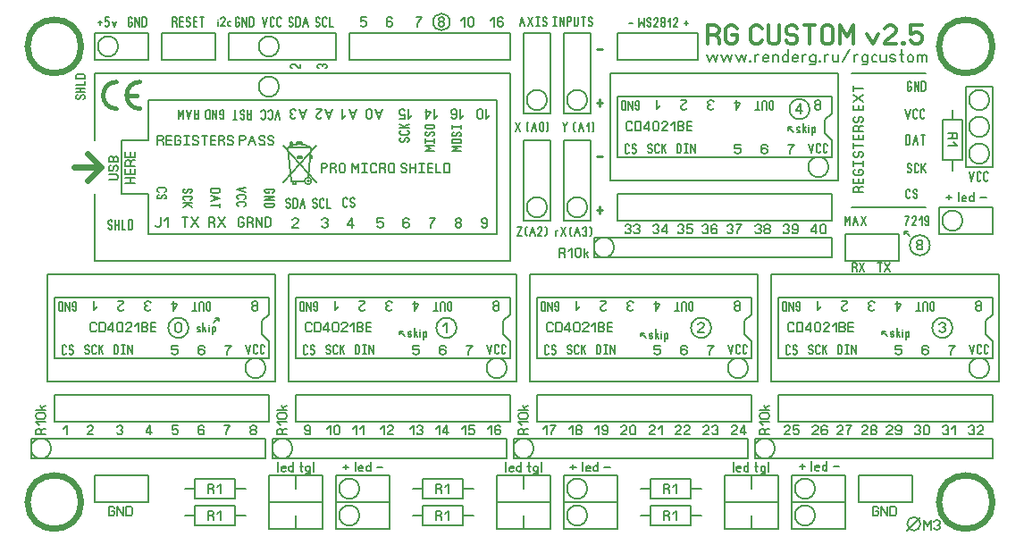
<source format=gbr>
%FSLAX34Y34*%
%MOMM*%
%LNSILK_TOP*%
G71*
G01*
%ADD10C, 0.159*%
%ADD11C, 0.600*%
%ADD12C, 0.150*%
%ADD13C, 0.200*%
%ADD14C, 0.450*%
%ADD15C, 0.160*%
%ADD16C, 0.238*%
%ADD17C, 0.318*%
%ADD18C, 0.206*%
%LPD*%
G54D10*
X101726Y780672D02*
X102171Y779561D01*
X103060Y779006D01*
X103949Y779006D01*
X104838Y779561D01*
X105282Y780672D01*
X105282Y781783D01*
X104838Y782895D01*
X103949Y783450D01*
X103060Y783450D01*
X102171Y784006D01*
X101726Y785117D01*
X101726Y786228D01*
X102171Y787339D01*
X103060Y787895D01*
X103949Y787895D01*
X104838Y787339D01*
X105282Y786228D01*
G54D10*
X108393Y779006D02*
X108393Y787895D01*
G54D10*
X111949Y779006D02*
X111949Y787895D01*
G54D10*
X108393Y783450D02*
X111949Y783450D01*
G54D10*
X115060Y787895D02*
X115060Y779006D01*
X118172Y779006D01*
G54D10*
X121282Y779006D02*
X121282Y787895D01*
X123505Y787895D01*
X124394Y787339D01*
X124838Y786228D01*
X124838Y780672D01*
X124394Y779561D01*
X123505Y779006D01*
X121282Y779006D01*
G54D10*
X102271Y825978D02*
X109493Y825978D01*
X110605Y826644D01*
X111160Y827978D01*
X111160Y829311D01*
X110605Y830644D01*
X109493Y831311D01*
X102271Y831311D01*
G54D10*
X109493Y834422D02*
X110605Y835088D01*
X111160Y836422D01*
X111160Y837755D01*
X110605Y839088D01*
X109493Y839755D01*
X108382Y839755D01*
X107271Y839088D01*
X106716Y837755D01*
X106716Y836422D01*
X106160Y835088D01*
X105049Y834422D01*
X103938Y834422D01*
X102827Y835088D01*
X102271Y836422D01*
X102271Y837755D01*
X102827Y839088D01*
X103938Y839755D01*
G54D10*
X111160Y842866D02*
X102271Y842866D01*
X102271Y846199D01*
X102827Y847532D01*
X103938Y848199D01*
X105049Y848199D01*
X106160Y847532D01*
X106716Y846199D01*
X107271Y847532D01*
X108382Y848199D01*
X109493Y848199D01*
X110605Y847532D01*
X111160Y846199D01*
X111160Y842866D01*
G54D10*
X106716Y842866D02*
X106716Y846199D01*
G54D10*
X127013Y823018D02*
X118124Y823018D01*
G54D10*
X127013Y828351D02*
X118124Y828351D01*
G54D10*
X122569Y823018D02*
X122569Y828351D01*
G54D10*
X127013Y836128D02*
X127013Y831462D01*
X118124Y831462D01*
X118124Y836128D01*
G54D10*
X122569Y831462D02*
X122569Y836128D01*
G54D10*
X122569Y841906D02*
X123680Y843906D01*
X124791Y844573D01*
X127013Y844573D01*
G54D10*
X127013Y839240D02*
X118124Y839240D01*
X118124Y842573D01*
X118680Y843906D01*
X119791Y844573D01*
X120902Y844573D01*
X122013Y843906D01*
X122569Y842573D01*
X122569Y839240D01*
G54D10*
X127013Y852350D02*
X127013Y847684D01*
X118124Y847684D01*
X118124Y852350D01*
G54D10*
X122569Y847684D02*
X122569Y852350D01*
G54D11*
X69850Y838200D02*
X95250Y838200D01*
X82550Y825500D01*
G54D11*
X95250Y838200D02*
X82550Y850900D01*
G54D12*
X139700Y901700D02*
X469900Y901700D01*
X469900Y774700D01*
X139700Y774700D01*
X139700Y812800D01*
X114300Y812800D01*
X114300Y863600D01*
X139700Y863600D01*
X139700Y901700D01*
G54D10*
X411027Y853701D02*
X402138Y853701D01*
X407693Y855924D01*
X402138Y858146D01*
X411027Y858146D01*
G54D10*
X411027Y861256D02*
X411027Y864812D01*
G54D10*
X411027Y863034D02*
X402138Y863034D01*
G54D10*
X402138Y861256D02*
X402138Y864812D01*
G54D10*
X409360Y867923D02*
X410471Y868368D01*
X411027Y869257D01*
X411027Y870146D01*
X410471Y871035D01*
X409360Y871479D01*
X408249Y871479D01*
X407138Y871035D01*
X406582Y870146D01*
X406582Y869257D01*
X406027Y868368D01*
X404916Y867923D01*
X403804Y867923D01*
X402693Y868368D01*
X402138Y869257D01*
X402138Y870146D01*
X402693Y871035D01*
X403804Y871479D01*
G54D10*
X403804Y878146D02*
X409360Y878146D01*
X410471Y877702D01*
X411027Y876813D01*
X411027Y875924D01*
X410471Y875035D01*
X409360Y874590D01*
X403804Y874590D01*
X402693Y875035D01*
X402138Y875924D01*
X402138Y876813D01*
X402693Y877702D01*
X403804Y878146D01*
G54D10*
X385250Y862203D02*
X386361Y862647D01*
X386917Y863536D01*
X386917Y864425D01*
X386362Y865314D01*
X385250Y865758D01*
X384139Y865758D01*
X383028Y865314D01*
X382473Y864425D01*
X382473Y863536D01*
X381917Y862647D01*
X380806Y862203D01*
X379695Y862203D01*
X378584Y862647D01*
X378028Y863536D01*
X378028Y864425D01*
X378584Y865314D01*
X379695Y865758D01*
G54D10*
X385250Y872425D02*
X386362Y871981D01*
X386917Y871092D01*
X386917Y870203D01*
X386362Y869314D01*
X385250Y868870D01*
X379695Y868870D01*
X378584Y869314D01*
X378028Y870203D01*
X378028Y871092D01*
X378584Y871981D01*
X379695Y872425D01*
G54D10*
X386917Y875537D02*
X378028Y875537D01*
G54D10*
X384139Y875537D02*
X378028Y879092D01*
G54D10*
X382473Y876870D02*
X386917Y879092D01*
G54D12*
X88900Y863600D02*
X88900Y927100D01*
X482600Y927100D01*
X482600Y749300D01*
X88900Y749300D01*
X88900Y812800D01*
G54D10*
X151595Y790387D02*
X151595Y783165D01*
X150928Y782054D01*
X149595Y781498D01*
X148262Y781498D01*
X146928Y782054D01*
X146262Y783165D01*
G54D10*
X154706Y787054D02*
X158039Y790387D01*
X158039Y781498D01*
G54D10*
X174501Y781494D02*
X174501Y790382D01*
G54D10*
X171834Y790382D02*
X177168Y790382D01*
G54D10*
X180278Y790382D02*
X186945Y781494D01*
G54D10*
X180278Y781494D02*
X186945Y790382D01*
G54D10*
X199913Y785938D02*
X201913Y784827D01*
X202580Y783716D01*
X202580Y781494D01*
G54D10*
X197246Y781494D02*
X197246Y790382D01*
X200580Y790382D01*
X201913Y789827D01*
X202580Y788716D01*
X202580Y787605D01*
X201913Y786494D01*
X200580Y785938D01*
X197246Y785938D01*
G54D10*
X205690Y790382D02*
X212357Y781494D01*
G54D10*
X205690Y781494D02*
X212357Y790382D01*
G54D10*
X227657Y785939D02*
X230324Y785939D01*
X230324Y783161D01*
X229657Y782050D01*
X228324Y781494D01*
X226990Y781494D01*
X225657Y782050D01*
X224990Y783161D01*
X224990Y788717D01*
X225657Y789828D01*
X226990Y790383D01*
X228324Y790383D01*
X229657Y789828D01*
X230324Y788717D01*
G54D10*
X236101Y785939D02*
X238101Y784828D01*
X238768Y783717D01*
X238768Y781494D01*
G54D10*
X233434Y781494D02*
X233434Y790383D01*
X236768Y790383D01*
X238101Y789828D01*
X238768Y788717D01*
X238768Y787606D01*
X238101Y786494D01*
X236768Y785939D01*
X233434Y785939D01*
G54D10*
X241878Y781494D02*
X241878Y790383D01*
X247212Y781494D01*
X247212Y790383D01*
G54D10*
X250322Y781494D02*
X250322Y790383D01*
X253656Y790383D01*
X254989Y789828D01*
X255656Y788717D01*
X255656Y783161D01*
X254989Y782050D01*
X253656Y781494D01*
X250322Y781494D01*
G54D10*
X281728Y780820D02*
X276394Y780820D01*
X276394Y781376D01*
X277061Y782487D01*
X281061Y785820D01*
X281728Y786932D01*
X281728Y788043D01*
X281061Y789154D01*
X279728Y789709D01*
X278394Y789709D01*
X277061Y789154D01*
X276394Y788043D01*
G54D10*
X304302Y788043D02*
X304969Y789154D01*
X306302Y789709D01*
X307636Y789709D01*
X308969Y789154D01*
X309636Y788043D01*
X309636Y786932D01*
X308969Y785820D01*
X307636Y785265D01*
X308969Y784709D01*
X309636Y783598D01*
X309636Y782487D01*
X308969Y781376D01*
X307636Y780820D01*
X306302Y780820D01*
X304969Y781376D01*
X304302Y782487D01*
G54D10*
X332966Y780820D02*
X332966Y789709D01*
X328966Y784154D01*
X328966Y783043D01*
X334300Y783043D01*
G54D10*
X362208Y789709D02*
X356874Y789709D01*
X356874Y785820D01*
X357541Y785820D01*
X358874Y786376D01*
X360208Y786376D01*
X361541Y785820D01*
X362208Y784709D01*
X362208Y782487D01*
X361541Y781376D01*
X360208Y780820D01*
X358874Y780820D01*
X357541Y781376D01*
X356874Y782487D01*
G54D10*
X386872Y788043D02*
X386205Y789154D01*
X384872Y789709D01*
X383538Y789709D01*
X382205Y789154D01*
X381538Y788043D01*
X381538Y785265D01*
X381538Y784709D01*
X383538Y785820D01*
X384872Y785820D01*
X386205Y785265D01*
X386872Y784154D01*
X386872Y782487D01*
X386205Y781376D01*
X384872Y780820D01*
X383538Y780820D01*
X382205Y781376D01*
X381538Y782487D01*
X381538Y785265D01*
G54D10*
X406202Y789709D02*
X411536Y789709D01*
X410869Y788598D01*
X409536Y786932D01*
X408202Y784709D01*
X407536Y783043D01*
X407536Y780820D01*
G54D10*
X434200Y785265D02*
X432866Y785265D01*
X431533Y785820D01*
X430866Y786932D01*
X430866Y788043D01*
X431533Y789154D01*
X432866Y789709D01*
X434200Y789709D01*
X435533Y789154D01*
X436200Y788043D01*
X436200Y786932D01*
X435533Y785820D01*
X434200Y785265D01*
X435533Y784709D01*
X436200Y783598D01*
X436200Y782487D01*
X435533Y781376D01*
X434200Y780820D01*
X432866Y780820D01*
X431533Y781376D01*
X430866Y782487D01*
X430866Y783598D01*
X431533Y784709D01*
X432866Y785265D01*
G54D10*
X455530Y782487D02*
X456197Y781376D01*
X457530Y780820D01*
X458864Y780820D01*
X460197Y781376D01*
X460864Y782487D01*
X460864Y785265D01*
X460864Y785820D01*
X458864Y784709D01*
X457530Y784709D01*
X456197Y785265D01*
X455530Y786376D01*
X455530Y788043D01*
X456197Y789154D01*
X457530Y789709D01*
X458864Y789709D01*
X460197Y789154D01*
X460864Y788043D01*
X460864Y785265D01*
G54D10*
X463174Y887330D02*
X459841Y883997D01*
X459841Y892886D01*
G54D10*
X451397Y885664D02*
X451397Y891219D01*
X452064Y892330D01*
X453397Y892886D01*
X454730Y892886D01*
X456064Y892330D01*
X456730Y891219D01*
X456730Y885664D01*
X456064Y884552D01*
X454730Y883997D01*
X453397Y883997D01*
X452064Y884552D01*
X451397Y885664D01*
G54D10*
X438554Y887330D02*
X435221Y883997D01*
X435221Y892886D01*
G54D10*
X426777Y885664D02*
X427444Y884552D01*
X428777Y883997D01*
X430110Y883997D01*
X431444Y884552D01*
X432110Y885664D01*
X432110Y888441D01*
X432110Y888997D01*
X430110Y887886D01*
X428777Y887886D01*
X427444Y888441D01*
X426777Y889552D01*
X426777Y891219D01*
X427444Y892330D01*
X428777Y892886D01*
X430110Y892886D01*
X431444Y892330D01*
X432110Y891219D01*
X432110Y888441D01*
G54D10*
X413934Y887330D02*
X410601Y883997D01*
X410601Y892886D01*
G54D10*
X403490Y892886D02*
X403490Y883997D01*
X407490Y889552D01*
X407490Y890664D01*
X402157Y890664D01*
G54D10*
X389314Y887330D02*
X385981Y883997D01*
X385981Y892886D01*
G54D10*
X377537Y883997D02*
X382870Y883997D01*
X382870Y887886D01*
X382204Y887886D01*
X380870Y887330D01*
X379537Y887330D01*
X378204Y887886D01*
X377537Y888997D01*
X377537Y891219D01*
X378204Y892330D01*
X379537Y892886D01*
X380870Y892886D01*
X382204Y892330D01*
X382870Y891219D01*
G54D10*
X361450Y892886D02*
X358117Y883997D01*
X354784Y892886D01*
G54D10*
X360117Y889552D02*
X356117Y889552D01*
G54D10*
X346339Y885664D02*
X346339Y891219D01*
X347006Y892330D01*
X348339Y892886D01*
X349672Y892886D01*
X351006Y892330D01*
X351672Y891219D01*
X351672Y885664D01*
X351006Y884552D01*
X349672Y883997D01*
X348339Y883997D01*
X347006Y884552D01*
X346339Y885664D01*
G54D10*
X336740Y892886D02*
X333407Y883997D01*
X330074Y892886D01*
G54D10*
X335407Y889552D02*
X331407Y889552D01*
G54D10*
X326962Y887330D02*
X323629Y883997D01*
X323629Y892886D01*
G54D10*
X314030Y892886D02*
X310697Y883997D01*
X307364Y892886D01*
G54D10*
X312697Y889552D02*
X308697Y889552D01*
G54D10*
X298919Y892886D02*
X304252Y892886D01*
X304252Y892330D01*
X303586Y891219D01*
X299586Y887886D01*
X298919Y886775D01*
X298919Y885664D01*
X299586Y884552D01*
X300919Y883997D01*
X302252Y883997D01*
X303586Y884552D01*
X304252Y885664D01*
G54D10*
X289320Y892886D02*
X285987Y883997D01*
X282654Y892886D01*
G54D10*
X287987Y889552D02*
X283987Y889552D01*
G54D10*
X279542Y885664D02*
X278876Y884552D01*
X277542Y883997D01*
X276209Y883997D01*
X274876Y884552D01*
X274209Y885664D01*
X274209Y886775D01*
X274876Y887886D01*
X276209Y888441D01*
X274876Y888997D01*
X274209Y890108D01*
X274209Y891219D01*
X274876Y892330D01*
X276209Y892886D01*
X277542Y892886D01*
X278876Y892330D01*
X279542Y891219D01*
G54D10*
X264676Y883236D02*
X262454Y892124D01*
X260231Y883236D01*
G54D10*
X253565Y890458D02*
X254010Y891569D01*
X254898Y892124D01*
X255787Y892124D01*
X256676Y891569D01*
X257121Y890458D01*
X257121Y884902D01*
X256676Y883791D01*
X255787Y883236D01*
X254898Y883236D01*
X254010Y883791D01*
X253565Y884902D01*
G54D10*
X246898Y890458D02*
X247343Y891569D01*
X248232Y892124D01*
X249120Y892124D01*
X250009Y891569D01*
X250454Y890458D01*
X250454Y884902D01*
X250009Y883791D01*
X249120Y883236D01*
X248232Y883236D01*
X247343Y883791D01*
X246898Y884902D01*
G54D10*
X235520Y887826D02*
X234187Y888937D01*
X233742Y890049D01*
X233742Y892271D01*
G54D10*
X237298Y892271D02*
X237298Y883382D01*
X235076Y883382D01*
X234187Y883937D01*
X233742Y885049D01*
X233742Y886160D01*
X234187Y887271D01*
X235076Y887826D01*
X237298Y887826D01*
G54D10*
X230631Y890604D02*
X230187Y891715D01*
X229298Y892271D01*
X228409Y892271D01*
X227520Y891715D01*
X227075Y890604D01*
X227075Y889493D01*
X227520Y888382D01*
X228409Y887826D01*
X229298Y887826D01*
X230187Y887271D01*
X230631Y886160D01*
X230631Y885049D01*
X230187Y883937D01*
X229298Y883382D01*
X228409Y883382D01*
X227520Y883937D01*
X227075Y885049D01*
G54D10*
X222186Y892271D02*
X222186Y883382D01*
G54D10*
X223964Y883382D02*
X220408Y883382D01*
G54D10*
X209461Y887987D02*
X207683Y887987D01*
X207683Y890765D01*
X208127Y891876D01*
X209016Y892432D01*
X209905Y892432D01*
X210794Y891876D01*
X211238Y890765D01*
X211238Y885210D01*
X210794Y884098D01*
X209905Y883543D01*
X209016Y883543D01*
X208127Y884098D01*
X207683Y885210D01*
G54D10*
X204572Y892432D02*
X204572Y883543D01*
X201016Y892432D01*
X201016Y883543D01*
G54D10*
X197904Y892432D02*
X197904Y883543D01*
X195682Y883543D01*
X194793Y884098D01*
X194349Y885210D01*
X194349Y890765D01*
X194793Y891876D01*
X195682Y892432D01*
X197904Y892432D01*
G54D10*
X185231Y887909D02*
X183897Y889020D01*
X183453Y890131D01*
X183453Y892354D01*
G54D10*
X187008Y892354D02*
X187008Y883465D01*
X184786Y883465D01*
X183897Y884020D01*
X183453Y885131D01*
X183453Y886242D01*
X183897Y887354D01*
X184786Y887909D01*
X187008Y887909D01*
G54D10*
X180342Y892354D02*
X178119Y883465D01*
X175897Y892354D01*
G54D10*
X179453Y889020D02*
X176786Y889020D01*
G54D10*
X172786Y883465D02*
X172786Y892354D01*
X170564Y886798D01*
X168342Y892354D01*
X168342Y883465D01*
G54D10*
X303926Y832831D02*
X303926Y841720D01*
X307259Y841720D01*
X308592Y841164D01*
X309259Y840053D01*
X309259Y838942D01*
X308592Y837831D01*
X307259Y837275D01*
X303926Y837275D01*
G54D10*
X315036Y837275D02*
X317036Y836164D01*
X317703Y835053D01*
X317703Y832831D01*
G54D10*
X312370Y832831D02*
X312370Y841720D01*
X315703Y841720D01*
X317036Y841164D01*
X317703Y840053D01*
X317703Y838942D01*
X317036Y837831D01*
X315703Y837275D01*
X312370Y837275D01*
G54D10*
X326147Y840053D02*
X326147Y834497D01*
X325480Y833386D01*
X324147Y832831D01*
X322814Y832831D01*
X321480Y833386D01*
X320814Y834497D01*
X320814Y840053D01*
X321480Y841164D01*
X322814Y841720D01*
X324147Y841720D01*
X325480Y841164D01*
X326147Y840053D01*
G54D10*
X332502Y832831D02*
X332502Y841720D01*
X335835Y836164D01*
X339168Y841720D01*
X339168Y832831D01*
G54D10*
X342280Y832831D02*
X347613Y832831D01*
G54D10*
X344946Y832831D02*
X344946Y841720D01*
G54D10*
X342280Y841720D02*
X347613Y841720D01*
G54D10*
X356057Y834497D02*
X355390Y833386D01*
X354057Y832831D01*
X352724Y832831D01*
X351390Y833386D01*
X350724Y834497D01*
X350724Y840053D01*
X351390Y841164D01*
X352724Y841720D01*
X354057Y841720D01*
X355390Y841164D01*
X356057Y840053D01*
G54D10*
X361834Y837275D02*
X363834Y836164D01*
X364501Y835053D01*
X364501Y832831D01*
G54D10*
X359168Y832831D02*
X359168Y841720D01*
X362501Y841720D01*
X363834Y841164D01*
X364501Y840053D01*
X364501Y838942D01*
X363834Y837831D01*
X362501Y837275D01*
X359168Y837275D01*
G54D10*
X372945Y840053D02*
X372945Y834497D01*
X372278Y833386D01*
X370945Y832831D01*
X369612Y832831D01*
X368278Y833386D01*
X367612Y834497D01*
X367612Y840053D01*
X368278Y841164D01*
X369612Y841720D01*
X370945Y841720D01*
X372278Y841164D01*
X372945Y840053D01*
G54D10*
X379300Y834497D02*
X379966Y833386D01*
X381300Y832831D01*
X382633Y832831D01*
X383966Y833386D01*
X384633Y834497D01*
X384633Y835609D01*
X383966Y836720D01*
X382633Y837275D01*
X381300Y837275D01*
X379966Y837831D01*
X379300Y838942D01*
X379300Y840053D01*
X379966Y841164D01*
X381300Y841720D01*
X382633Y841720D01*
X383966Y841164D01*
X384633Y840053D01*
G54D10*
X387744Y832831D02*
X387744Y841720D01*
G54D10*
X393077Y832831D02*
X393077Y841720D01*
G54D10*
X387744Y837275D02*
X393077Y837275D01*
G54D10*
X396188Y832831D02*
X401521Y832831D01*
G54D10*
X398854Y832831D02*
X398854Y841720D01*
G54D10*
X396188Y841720D02*
X401521Y841720D01*
G54D10*
X409298Y832831D02*
X404632Y832831D01*
X404632Y841720D01*
X409298Y841720D01*
G54D10*
X404632Y837275D02*
X409298Y837275D01*
G54D10*
X412410Y841720D02*
X412410Y832831D01*
X417076Y832831D01*
G54D10*
X420188Y832831D02*
X420188Y841720D01*
X423521Y841720D01*
X424854Y841164D01*
X425521Y840053D01*
X425521Y834497D01*
X424854Y833386D01*
X423521Y832831D01*
X420188Y832831D01*
G54D10*
X328352Y801738D02*
X327908Y800627D01*
X327019Y800072D01*
X326130Y800072D01*
X325241Y800627D01*
X324796Y801738D01*
X324796Y807294D01*
X325241Y808405D01*
X326130Y808961D01*
X327019Y808961D01*
X327908Y808405D01*
X328352Y807294D01*
G54D10*
X331464Y801738D02*
X331908Y800627D01*
X332797Y800072D01*
X333686Y800072D01*
X334575Y800627D01*
X335019Y801738D01*
X335019Y802850D01*
X334575Y803961D01*
X333686Y804516D01*
X332797Y804516D01*
X331908Y805072D01*
X331464Y806183D01*
X331464Y807294D01*
X331908Y808405D01*
X332797Y808961D01*
X333686Y808961D01*
X334575Y808405D01*
X335019Y807294D01*
G54D10*
X270593Y801268D02*
X271038Y800157D01*
X271927Y799602D01*
X272816Y799602D01*
X273704Y800157D01*
X274149Y801268D01*
X274149Y802380D01*
X273704Y803491D01*
X272816Y804046D01*
X271927Y804046D01*
X271038Y804602D01*
X270593Y805713D01*
X270593Y806824D01*
X271038Y807935D01*
X271927Y808491D01*
X272816Y808491D01*
X273704Y807935D01*
X274149Y806824D01*
G54D10*
X277260Y799602D02*
X277260Y808491D01*
X279483Y808491D01*
X280372Y807935D01*
X280816Y806824D01*
X280816Y801268D01*
X280372Y800157D01*
X279483Y799602D01*
X277260Y799602D01*
G54D10*
X283927Y799602D02*
X286150Y808491D01*
X288372Y799602D01*
G54D10*
X284816Y802935D02*
X287483Y802935D01*
G54D10*
X295922Y801268D02*
X296367Y800157D01*
X297256Y799602D01*
X298145Y799602D01*
X299034Y800157D01*
X299478Y801268D01*
X299478Y802380D01*
X299034Y803491D01*
X298145Y804046D01*
X297256Y804046D01*
X296367Y804602D01*
X295922Y805713D01*
X295922Y806824D01*
X296367Y807935D01*
X297256Y808491D01*
X298145Y808491D01*
X299034Y807935D01*
X299478Y806824D01*
G54D10*
X306145Y801268D02*
X305700Y800157D01*
X304812Y799602D01*
X303923Y799602D01*
X303034Y800157D01*
X302589Y801268D01*
X302589Y806824D01*
X303034Y807935D01*
X303923Y808491D01*
X304812Y808491D01*
X305700Y807935D01*
X306145Y806824D01*
G54D10*
X309256Y808491D02*
X309256Y799602D01*
X312368Y799602D01*
G54D12*
X44450Y736600D02*
X260350Y736600D01*
X260350Y635000D01*
X44450Y635000D01*
X44450Y736600D01*
G54D12*
X50532Y714417D02*
X253732Y714417D01*
X254000Y698500D01*
X247650Y692150D01*
X247650Y679450D01*
X254000Y673100D01*
X253732Y657217D01*
X50532Y657217D01*
X50532Y714417D01*
G54D10*
X69883Y706228D02*
X68105Y706228D01*
X68105Y709006D01*
X68550Y710117D01*
X69439Y710672D01*
X70328Y710672D01*
X71217Y710117D01*
X71661Y709006D01*
X71661Y703450D01*
X71217Y702339D01*
X70328Y701784D01*
X69439Y701784D01*
X68550Y702339D01*
X68105Y703450D01*
G54D10*
X64994Y710672D02*
X64994Y701784D01*
X61438Y710672D01*
X61438Y701784D01*
G54D10*
X58327Y710672D02*
X58327Y701784D01*
X56105Y701784D01*
X55216Y702339D01*
X54771Y703450D01*
X54771Y709006D01*
X55216Y710117D01*
X56105Y710672D01*
X58327Y710672D01*
G54D10*
X91266Y705947D02*
X87933Y702614D01*
X87933Y711502D01*
G54D10*
X111139Y711020D02*
X116472Y711020D01*
X116472Y710464D01*
X115805Y709353D01*
X111805Y706020D01*
X111139Y704908D01*
X111139Y703797D01*
X111805Y702686D01*
X113139Y702131D01*
X114472Y702131D01*
X115805Y702686D01*
X116472Y703797D01*
G54D10*
X141960Y703797D02*
X141293Y702686D01*
X139960Y702130D01*
X138627Y702130D01*
X137293Y702686D01*
X136627Y703797D01*
X136627Y704908D01*
X137293Y706019D01*
X138627Y706575D01*
X137293Y707130D01*
X136627Y708241D01*
X136627Y709352D01*
X137293Y710464D01*
X138627Y711019D01*
X139960Y711019D01*
X141293Y710464D01*
X141960Y709352D01*
G54D10*
X163177Y711110D02*
X163177Y702221D01*
X167177Y707776D01*
X167177Y708887D01*
X161844Y708887D01*
G54D10*
X240139Y706575D02*
X241472Y706575D01*
X242805Y706020D01*
X243472Y704908D01*
X243472Y703797D01*
X242805Y702686D01*
X241472Y702131D01*
X240139Y702131D01*
X238805Y702686D01*
X238139Y703797D01*
X238139Y704908D01*
X238805Y706020D01*
X240139Y706575D01*
X238805Y707131D01*
X238139Y708242D01*
X238139Y709353D01*
X238805Y710464D01*
X240139Y711020D01*
X241472Y711020D01*
X242805Y710464D01*
X243472Y709353D01*
X243472Y708242D01*
X242805Y707131D01*
X241472Y706575D01*
G54D10*
X167414Y669157D02*
X162081Y669157D01*
X162081Y665268D01*
X162748Y665268D01*
X164081Y665824D01*
X165414Y665824D01*
X166748Y665268D01*
X167414Y664157D01*
X167414Y661935D01*
X166748Y660824D01*
X165414Y660268D01*
X164081Y660268D01*
X162748Y660824D01*
X162081Y661935D01*
G54D10*
X192814Y667491D02*
X192148Y668602D01*
X190814Y669157D01*
X189481Y669157D01*
X188148Y668602D01*
X187481Y667491D01*
X187481Y664713D01*
X187481Y664157D01*
X189481Y665268D01*
X190814Y665268D01*
X192148Y664713D01*
X192814Y663602D01*
X192814Y661935D01*
X192148Y660824D01*
X190814Y660268D01*
X189481Y660268D01*
X188148Y660824D01*
X187481Y661935D01*
X187481Y664713D01*
G54D10*
X212880Y669145D02*
X218213Y669145D01*
X217547Y668034D01*
X216213Y666367D01*
X214880Y664145D01*
X214213Y662478D01*
X214213Y660256D01*
G54D10*
X232132Y670012D02*
X234354Y661123D01*
X236576Y670012D01*
G54D10*
X243243Y662789D02*
X242798Y661678D01*
X241909Y661123D01*
X241020Y661123D01*
X240131Y661678D01*
X239687Y662789D01*
X239687Y668345D01*
X240131Y669456D01*
X241020Y670012D01*
X241909Y670012D01*
X242798Y669456D01*
X243243Y668345D01*
G54D10*
X249910Y662789D02*
X249465Y661678D01*
X248576Y661123D01*
X247687Y661123D01*
X246798Y661678D01*
X246354Y662789D01*
X246354Y668345D01*
X246798Y669456D01*
X247687Y670012D01*
X248576Y670012D01*
X249465Y669456D01*
X249910Y668345D01*
G54D10*
X195011Y703450D02*
X195011Y709005D01*
X195455Y710116D01*
X196344Y710672D01*
X197233Y710672D01*
X198122Y710116D01*
X198566Y709005D01*
X198566Y703450D01*
X198122Y702339D01*
X197233Y701783D01*
X196344Y701783D01*
X195455Y702339D01*
X195011Y703450D01*
G54D10*
X191900Y701783D02*
X191900Y709005D01*
X191455Y710116D01*
X190566Y710672D01*
X189677Y710672D01*
X188788Y710116D01*
X188344Y709005D01*
X188344Y701783D01*
G54D10*
X183455Y710672D02*
X183455Y701783D01*
G54D10*
X185232Y701783D02*
X181677Y701783D01*
G54D10*
X107370Y660825D02*
X107370Y669714D01*
X109592Y669714D01*
X110481Y669158D01*
X110925Y668047D01*
X110925Y662492D01*
X110481Y661380D01*
X109592Y660825D01*
X107370Y660825D01*
G54D10*
X114037Y660825D02*
X117592Y660825D01*
G54D10*
X115815Y660825D02*
X115815Y669714D01*
G54D10*
X114037Y669714D02*
X117592Y669714D01*
G54D10*
X120704Y660825D02*
X120704Y669714D01*
X124259Y660825D01*
X124259Y669714D01*
G54D10*
X61963Y662300D02*
X61518Y661189D01*
X60629Y660634D01*
X59740Y660634D01*
X58851Y661189D01*
X58407Y662300D01*
X58407Y667856D01*
X58851Y668967D01*
X59740Y669522D01*
X60629Y669522D01*
X61518Y668967D01*
X61963Y667856D01*
G54D10*
X65074Y662300D02*
X65518Y661189D01*
X66407Y660634D01*
X67296Y660634D01*
X68185Y661189D01*
X68630Y662300D01*
X68630Y663411D01*
X68185Y664522D01*
X67296Y665078D01*
X66407Y665078D01*
X65518Y665634D01*
X65074Y666745D01*
X65074Y667856D01*
X65518Y668967D01*
X66407Y669522D01*
X67296Y669522D01*
X68185Y668967D01*
X68630Y667856D01*
G54D10*
X80124Y662489D02*
X80569Y661378D01*
X81458Y660822D01*
X82347Y660822D01*
X83236Y661378D01*
X83680Y662489D01*
X83680Y663600D01*
X83236Y664711D01*
X82347Y665266D01*
X81458Y665266D01*
X80569Y665822D01*
X80124Y666933D01*
X80124Y668044D01*
X80569Y669155D01*
X81458Y669711D01*
X82347Y669711D01*
X83236Y669155D01*
X83680Y668044D01*
G54D10*
X90347Y662489D02*
X89903Y661378D01*
X89014Y660822D01*
X88125Y660822D01*
X87236Y661378D01*
X86792Y662489D01*
X86792Y668044D01*
X87236Y669155D01*
X88125Y669711D01*
X89014Y669711D01*
X89903Y669155D01*
X90347Y668044D01*
G54D10*
X93458Y660822D02*
X93458Y669711D01*
G54D10*
X93458Y663600D02*
X97014Y669711D01*
G54D10*
X94792Y665266D02*
X97014Y660822D01*
G54D10*
X90340Y683747D02*
X89674Y682636D01*
X88340Y682080D01*
X87007Y682080D01*
X85674Y682636D01*
X85007Y683747D01*
X85007Y689303D01*
X85674Y690414D01*
X87007Y690969D01*
X88340Y690969D01*
X89674Y690414D01*
X90340Y689303D01*
G54D10*
X93451Y682080D02*
X93451Y690969D01*
X96784Y690969D01*
X98118Y690414D01*
X98784Y689303D01*
X98784Y683747D01*
X98118Y682636D01*
X96784Y682080D01*
X93451Y682080D01*
G54D10*
X105895Y682080D02*
X105895Y690969D01*
X101895Y685414D01*
X101895Y684303D01*
X107228Y684303D01*
G54D10*
X115672Y689303D02*
X115672Y683747D01*
X115006Y682636D01*
X113672Y682080D01*
X112339Y682080D01*
X111006Y682636D01*
X110339Y683747D01*
X110339Y689303D01*
X111006Y690414D01*
X112339Y690969D01*
X113672Y690969D01*
X115006Y690414D01*
X115672Y689303D01*
G54D10*
X124116Y682080D02*
X118783Y682080D01*
X118783Y682636D01*
X119450Y683747D01*
X123450Y687080D01*
X124116Y688192D01*
X124116Y689303D01*
X123450Y690414D01*
X122116Y690969D01*
X120783Y690969D01*
X119450Y690414D01*
X118783Y689303D01*
G54D10*
X127227Y687636D02*
X130560Y690969D01*
X130560Y682080D01*
G54D10*
X133671Y682080D02*
X133671Y690969D01*
X137004Y690969D01*
X138338Y690414D01*
X139004Y689303D01*
X139004Y688192D01*
X138338Y687080D01*
X137004Y686525D01*
X138338Y685969D01*
X139004Y684858D01*
X139004Y683747D01*
X138338Y682636D01*
X137004Y682080D01*
X133671Y682080D01*
G54D10*
X133671Y686525D02*
X137004Y686525D01*
G54D10*
X146782Y682080D02*
X142115Y682080D01*
X142115Y690969D01*
X146782Y690969D01*
G54D10*
X142115Y686525D02*
X146782Y686525D01*
G54D12*
X50800Y596900D02*
X50800Y622300D01*
X254000Y622300D01*
X254000Y596900D01*
X50800Y596900D01*
G54D12*
X28575Y561975D02*
X28575Y581025D01*
X250825Y581025D01*
X250825Y561975D01*
X28575Y561975D01*
G54D12*
X273050Y736600D02*
X488950Y736600D01*
X488950Y635000D01*
X273050Y635000D01*
X273050Y736600D01*
G54D12*
X279132Y714417D02*
X482332Y714417D01*
X482600Y698500D01*
X476250Y692150D01*
X476250Y679450D01*
X482600Y673100D01*
X482332Y657217D01*
X279132Y657217D01*
X279132Y714417D01*
G54D10*
X298483Y706228D02*
X296705Y706228D01*
X296705Y709006D01*
X297150Y710117D01*
X298039Y710672D01*
X298928Y710672D01*
X299817Y710117D01*
X300261Y709006D01*
X300261Y703450D01*
X299817Y702339D01*
X298928Y701784D01*
X298039Y701784D01*
X297150Y702339D01*
X296705Y703450D01*
G54D10*
X293594Y710672D02*
X293594Y701784D01*
X290038Y710672D01*
X290038Y701784D01*
G54D10*
X286927Y710672D02*
X286927Y701784D01*
X284705Y701784D01*
X283816Y702339D01*
X283371Y703450D01*
X283371Y709006D01*
X283816Y710117D01*
X284705Y710672D01*
X286927Y710672D01*
G54D10*
X319866Y705947D02*
X316533Y702614D01*
X316533Y711502D01*
G54D10*
X339738Y711020D02*
X345072Y711020D01*
X345072Y710464D01*
X344405Y709353D01*
X340405Y706020D01*
X339738Y704908D01*
X339738Y703797D01*
X340405Y702686D01*
X341738Y702131D01*
X343072Y702131D01*
X344405Y702686D01*
X345072Y703797D01*
G54D10*
X370560Y703797D02*
X369893Y702686D01*
X368560Y702130D01*
X367226Y702130D01*
X365893Y702686D01*
X365226Y703797D01*
X365226Y704908D01*
X365893Y706019D01*
X367226Y706575D01*
X365893Y707130D01*
X365226Y708241D01*
X365226Y709352D01*
X365893Y710464D01*
X367226Y711019D01*
X368560Y711019D01*
X369893Y710464D01*
X370560Y709352D01*
G54D10*
X391777Y711110D02*
X391777Y702221D01*
X395777Y707776D01*
X395777Y708887D01*
X390444Y708887D01*
G54D10*
X468739Y706575D02*
X470072Y706575D01*
X471405Y706020D01*
X472072Y704908D01*
X472072Y703797D01*
X471405Y702686D01*
X470072Y702131D01*
X468739Y702131D01*
X467405Y702686D01*
X466739Y703797D01*
X466739Y704908D01*
X467405Y706020D01*
X468739Y706575D01*
X467405Y707131D01*
X466739Y708242D01*
X466739Y709353D01*
X467405Y710464D01*
X468739Y711020D01*
X470072Y711020D01*
X471405Y710464D01*
X472072Y709353D01*
X472072Y708242D01*
X471405Y707131D01*
X470072Y706575D01*
G54D10*
X396014Y669157D02*
X390681Y669157D01*
X390681Y665268D01*
X391348Y665268D01*
X392681Y665824D01*
X394014Y665824D01*
X395348Y665268D01*
X396014Y664157D01*
X396014Y661935D01*
X395348Y660824D01*
X394014Y660268D01*
X392681Y660268D01*
X391348Y660824D01*
X390681Y661935D01*
G54D10*
X421414Y667491D02*
X420748Y668602D01*
X419414Y669157D01*
X418081Y669157D01*
X416748Y668602D01*
X416081Y667491D01*
X416081Y664713D01*
X416081Y664157D01*
X418081Y665268D01*
X419414Y665268D01*
X420748Y664713D01*
X421414Y663602D01*
X421414Y661935D01*
X420748Y660824D01*
X419414Y660268D01*
X418081Y660268D01*
X416748Y660824D01*
X416081Y661935D01*
X416081Y664713D01*
G54D10*
X441480Y669145D02*
X446813Y669145D01*
X446147Y668034D01*
X444813Y666367D01*
X443480Y664145D01*
X442813Y662478D01*
X442813Y660256D01*
G54D10*
X460732Y670012D02*
X462954Y661123D01*
X465176Y670012D01*
G54D10*
X471843Y662789D02*
X471398Y661678D01*
X470509Y661123D01*
X469620Y661123D01*
X468731Y661678D01*
X468287Y662789D01*
X468287Y668345D01*
X468731Y669456D01*
X469620Y670012D01*
X470509Y670012D01*
X471398Y669456D01*
X471843Y668345D01*
G54D10*
X478510Y662789D02*
X478065Y661678D01*
X477176Y661123D01*
X476287Y661123D01*
X475398Y661678D01*
X474954Y662789D01*
X474954Y668345D01*
X475398Y669456D01*
X476287Y670012D01*
X477176Y670012D01*
X478065Y669456D01*
X478510Y668345D01*
G54D10*
X423611Y703450D02*
X423611Y709005D01*
X424055Y710116D01*
X424944Y710672D01*
X425833Y710672D01*
X426722Y710116D01*
X427166Y709005D01*
X427166Y703450D01*
X426722Y702339D01*
X425833Y701783D01*
X424944Y701783D01*
X424055Y702339D01*
X423611Y703450D01*
G54D10*
X420500Y701783D02*
X420500Y709005D01*
X420055Y710116D01*
X419166Y710672D01*
X418277Y710672D01*
X417388Y710116D01*
X416944Y709005D01*
X416944Y701783D01*
G54D10*
X412055Y710672D02*
X412055Y701783D01*
G54D10*
X413832Y701783D02*
X410277Y701783D01*
G54D10*
X335970Y660825D02*
X335970Y669714D01*
X338192Y669714D01*
X339081Y669158D01*
X339525Y668047D01*
X339525Y662492D01*
X339081Y661380D01*
X338192Y660825D01*
X335970Y660825D01*
G54D10*
X342637Y660825D02*
X346192Y660825D01*
G54D10*
X344415Y660825D02*
X344415Y669714D01*
G54D10*
X342637Y669714D02*
X346192Y669714D01*
G54D10*
X349304Y660825D02*
X349304Y669714D01*
X352859Y660825D01*
X352859Y669714D01*
G54D10*
X290563Y662300D02*
X290118Y661189D01*
X289229Y660634D01*
X288340Y660634D01*
X287451Y661189D01*
X287007Y662300D01*
X287007Y667856D01*
X287451Y668967D01*
X288340Y669522D01*
X289229Y669522D01*
X290118Y668967D01*
X290563Y667856D01*
G54D10*
X293674Y662300D02*
X294118Y661189D01*
X295007Y660634D01*
X295896Y660634D01*
X296785Y661189D01*
X297230Y662300D01*
X297230Y663411D01*
X296785Y664522D01*
X295896Y665078D01*
X295007Y665078D01*
X294118Y665634D01*
X293674Y666745D01*
X293674Y667856D01*
X294118Y668967D01*
X295007Y669522D01*
X295896Y669522D01*
X296785Y668967D01*
X297230Y667856D01*
G54D10*
X308724Y662489D02*
X309169Y661378D01*
X310058Y660822D01*
X310947Y660822D01*
X311836Y661378D01*
X312280Y662489D01*
X312280Y663600D01*
X311836Y664711D01*
X310947Y665266D01*
X310058Y665266D01*
X309169Y665822D01*
X308724Y666933D01*
X308724Y668044D01*
X309169Y669155D01*
X310058Y669711D01*
X310947Y669711D01*
X311836Y669155D01*
X312280Y668044D01*
G54D10*
X318947Y662489D02*
X318503Y661378D01*
X317614Y660822D01*
X316725Y660822D01*
X315836Y661378D01*
X315392Y662489D01*
X315392Y668044D01*
X315836Y669155D01*
X316725Y669711D01*
X317614Y669711D01*
X318503Y669155D01*
X318947Y668044D01*
G54D10*
X322058Y660822D02*
X322058Y669711D01*
G54D10*
X322058Y663600D02*
X325614Y669711D01*
G54D10*
X323392Y665266D02*
X325614Y660822D01*
G54D10*
X294578Y683747D02*
X293911Y682636D01*
X292578Y682080D01*
X291244Y682080D01*
X289911Y682636D01*
X289244Y683747D01*
X289244Y689303D01*
X289911Y690414D01*
X291244Y690969D01*
X292578Y690969D01*
X293911Y690414D01*
X294578Y689303D01*
G54D10*
X297688Y682080D02*
X297688Y690969D01*
X301022Y690969D01*
X302355Y690414D01*
X303022Y689303D01*
X303022Y683747D01*
X302355Y682636D01*
X301022Y682080D01*
X297688Y682080D01*
G54D10*
X310132Y682080D02*
X310132Y690969D01*
X306132Y685414D01*
X306132Y684303D01*
X311466Y684303D01*
G54D10*
X319910Y689303D02*
X319910Y683747D01*
X319243Y682636D01*
X317910Y682080D01*
X316576Y682080D01*
X315243Y682636D01*
X314576Y683747D01*
X314576Y689303D01*
X315243Y690414D01*
X316576Y690969D01*
X317910Y690969D01*
X319243Y690414D01*
X319910Y689303D01*
G54D10*
X328354Y682080D02*
X323020Y682080D01*
X323020Y682636D01*
X323687Y683747D01*
X327687Y687080D01*
X328354Y688192D01*
X328354Y689303D01*
X327687Y690414D01*
X326354Y690969D01*
X325020Y690969D01*
X323687Y690414D01*
X323020Y689303D01*
G54D10*
X331464Y687636D02*
X334798Y690969D01*
X334798Y682080D01*
G54D10*
X337908Y682080D02*
X337908Y690969D01*
X341242Y690969D01*
X342575Y690414D01*
X343242Y689303D01*
X343242Y688192D01*
X342575Y687080D01*
X341242Y686525D01*
X342575Y685969D01*
X343242Y684858D01*
X343242Y683747D01*
X342575Y682636D01*
X341242Y682080D01*
X337908Y682080D01*
G54D10*
X337908Y686525D02*
X341242Y686525D01*
G54D10*
X351019Y682080D02*
X346352Y682080D01*
X346352Y690969D01*
X351019Y690969D01*
G54D10*
X346352Y686525D02*
X351019Y686525D01*
G54D12*
X279400Y596900D02*
X279400Y622300D01*
X482600Y622300D01*
X482600Y596900D01*
X279400Y596900D01*
G54D12*
X257175Y561975D02*
X257175Y581025D01*
X479425Y581025D01*
X479425Y561975D01*
X257175Y561975D01*
G54D12*
X501650Y736600D02*
X717550Y736600D01*
X717550Y635000D01*
X501650Y635000D01*
X501650Y736600D01*
G54D12*
X507732Y714417D02*
X710932Y714417D01*
X711200Y698500D01*
X704850Y692150D01*
X704850Y679450D01*
X711200Y673100D01*
X710932Y657217D01*
X507732Y657217D01*
X507732Y714417D01*
G54D10*
X527083Y706228D02*
X525305Y706228D01*
X525305Y709006D01*
X525750Y710117D01*
X526639Y710672D01*
X527528Y710672D01*
X528417Y710117D01*
X528861Y709006D01*
X528861Y703450D01*
X528417Y702339D01*
X527528Y701784D01*
X526639Y701784D01*
X525750Y702339D01*
X525305Y703450D01*
G54D10*
X522194Y710672D02*
X522194Y701784D01*
X518638Y710672D01*
X518638Y701784D01*
G54D10*
X515527Y710672D02*
X515527Y701784D01*
X513305Y701784D01*
X512416Y702339D01*
X511971Y703450D01*
X511971Y709006D01*
X512416Y710117D01*
X513305Y710672D01*
X515527Y710672D01*
G54D10*
X548466Y705947D02*
X545133Y702614D01*
X545133Y711502D01*
G54D10*
X568339Y711020D02*
X573672Y711020D01*
X573672Y710464D01*
X573005Y709353D01*
X569005Y706020D01*
X568339Y704908D01*
X568339Y703797D01*
X569005Y702686D01*
X570339Y702131D01*
X571672Y702131D01*
X573005Y702686D01*
X573672Y703797D01*
G54D10*
X599160Y703797D02*
X598493Y702686D01*
X597160Y702130D01*
X595827Y702130D01*
X594493Y702686D01*
X593827Y703797D01*
X593827Y704908D01*
X594493Y706019D01*
X595827Y706575D01*
X594493Y707130D01*
X593827Y708241D01*
X593827Y709352D01*
X594493Y710464D01*
X595827Y711019D01*
X597160Y711019D01*
X598493Y710464D01*
X599160Y709352D01*
G54D10*
X620377Y711110D02*
X620377Y702221D01*
X624377Y707776D01*
X624377Y708887D01*
X619044Y708887D01*
G54D10*
X697339Y706575D02*
X698672Y706575D01*
X700005Y706020D01*
X700672Y704908D01*
X700672Y703797D01*
X700005Y702686D01*
X698672Y702131D01*
X697339Y702131D01*
X696005Y702686D01*
X695339Y703797D01*
X695339Y704908D01*
X696005Y706020D01*
X697339Y706575D01*
X696005Y707131D01*
X695339Y708242D01*
X695339Y709353D01*
X696005Y710464D01*
X697339Y711020D01*
X698672Y711020D01*
X700005Y710464D01*
X700672Y709353D01*
X700672Y708242D01*
X700005Y707131D01*
X698672Y706575D01*
G54D10*
X624614Y669157D02*
X619281Y669157D01*
X619281Y665268D01*
X619948Y665268D01*
X621281Y665824D01*
X622614Y665824D01*
X623948Y665268D01*
X624614Y664157D01*
X624614Y661935D01*
X623948Y660824D01*
X622614Y660268D01*
X621281Y660268D01*
X619948Y660824D01*
X619281Y661935D01*
G54D10*
X650014Y667491D02*
X649348Y668602D01*
X648014Y669157D01*
X646681Y669157D01*
X645348Y668602D01*
X644681Y667491D01*
X644681Y664713D01*
X644681Y664157D01*
X646681Y665268D01*
X648014Y665268D01*
X649348Y664713D01*
X650014Y663602D01*
X650014Y661935D01*
X649348Y660824D01*
X648014Y660268D01*
X646681Y660268D01*
X645348Y660824D01*
X644681Y661935D01*
X644681Y664713D01*
G54D10*
X670080Y669145D02*
X675413Y669145D01*
X674747Y668034D01*
X673413Y666367D01*
X672080Y664145D01*
X671413Y662478D01*
X671413Y660256D01*
G54D10*
X689332Y670012D02*
X691554Y661123D01*
X693776Y670012D01*
G54D10*
X700443Y662789D02*
X699998Y661678D01*
X699109Y661123D01*
X698220Y661123D01*
X697331Y661678D01*
X696887Y662789D01*
X696887Y668345D01*
X697331Y669456D01*
X698220Y670012D01*
X699109Y670012D01*
X699998Y669456D01*
X700443Y668345D01*
G54D10*
X707110Y662789D02*
X706665Y661678D01*
X705776Y661123D01*
X704887Y661123D01*
X703998Y661678D01*
X703554Y662789D01*
X703554Y668345D01*
X703998Y669456D01*
X704887Y670012D01*
X705776Y670012D01*
X706665Y669456D01*
X707110Y668345D01*
G54D10*
X652211Y703450D02*
X652211Y709005D01*
X652655Y710116D01*
X653544Y710672D01*
X654433Y710672D01*
X655322Y710116D01*
X655766Y709005D01*
X655766Y703450D01*
X655322Y702339D01*
X654433Y701783D01*
X653544Y701783D01*
X652655Y702339D01*
X652211Y703450D01*
G54D10*
X649100Y701783D02*
X649100Y709005D01*
X648655Y710116D01*
X647766Y710672D01*
X646877Y710672D01*
X645988Y710116D01*
X645544Y709005D01*
X645544Y701783D01*
G54D10*
X640655Y710672D02*
X640655Y701783D01*
G54D10*
X642432Y701783D02*
X638877Y701783D01*
G54D10*
X564570Y660825D02*
X564570Y669714D01*
X566792Y669714D01*
X567681Y669158D01*
X568125Y668047D01*
X568125Y662492D01*
X567681Y661380D01*
X566792Y660825D01*
X564570Y660825D01*
G54D10*
X571237Y660825D02*
X574792Y660825D01*
G54D10*
X573015Y660825D02*
X573015Y669714D01*
G54D10*
X571237Y669714D02*
X574792Y669714D01*
G54D10*
X577904Y660825D02*
X577904Y669714D01*
X581459Y660825D01*
X581459Y669714D01*
G54D10*
X519163Y662300D02*
X518718Y661189D01*
X517829Y660634D01*
X516940Y660634D01*
X516051Y661189D01*
X515607Y662300D01*
X515607Y667856D01*
X516051Y668967D01*
X516940Y669522D01*
X517829Y669522D01*
X518718Y668967D01*
X519163Y667856D01*
G54D10*
X522274Y662300D02*
X522718Y661189D01*
X523607Y660634D01*
X524496Y660634D01*
X525385Y661189D01*
X525830Y662300D01*
X525830Y663411D01*
X525385Y664522D01*
X524496Y665078D01*
X523607Y665078D01*
X522718Y665634D01*
X522274Y666745D01*
X522274Y667856D01*
X522718Y668967D01*
X523607Y669522D01*
X524496Y669522D01*
X525385Y668967D01*
X525830Y667856D01*
G54D10*
X537324Y662489D02*
X537769Y661378D01*
X538658Y660822D01*
X539547Y660822D01*
X540436Y661378D01*
X540880Y662489D01*
X540880Y663600D01*
X540436Y664711D01*
X539547Y665266D01*
X538658Y665266D01*
X537769Y665822D01*
X537324Y666933D01*
X537324Y668044D01*
X537769Y669155D01*
X538658Y669711D01*
X539547Y669711D01*
X540436Y669155D01*
X540880Y668044D01*
G54D10*
X547547Y662489D02*
X547103Y661378D01*
X546214Y660822D01*
X545325Y660822D01*
X544436Y661378D01*
X543992Y662489D01*
X543992Y668044D01*
X544436Y669155D01*
X545325Y669711D01*
X546214Y669711D01*
X547103Y669155D01*
X547547Y668044D01*
G54D10*
X550658Y660822D02*
X550658Y669711D01*
G54D10*
X550658Y663600D02*
X554214Y669711D01*
G54D10*
X551992Y665266D02*
X554214Y660822D01*
G54D10*
X523115Y683747D02*
X522449Y682636D01*
X521115Y682080D01*
X519782Y682080D01*
X518449Y682636D01*
X517782Y683747D01*
X517782Y689303D01*
X518449Y690414D01*
X519782Y690969D01*
X521115Y690969D01*
X522449Y690414D01*
X523115Y689303D01*
G54D10*
X526226Y682080D02*
X526226Y690969D01*
X529559Y690969D01*
X530893Y690414D01*
X531559Y689303D01*
X531559Y683747D01*
X530893Y682636D01*
X529559Y682080D01*
X526226Y682080D01*
G54D10*
X538670Y682080D02*
X538670Y690969D01*
X534670Y685414D01*
X534670Y684303D01*
X540003Y684303D01*
G54D10*
X548447Y689303D02*
X548447Y683747D01*
X547781Y682636D01*
X546447Y682080D01*
X545114Y682080D01*
X543781Y682636D01*
X543114Y683747D01*
X543114Y689303D01*
X543781Y690414D01*
X545114Y690969D01*
X546447Y690969D01*
X547781Y690414D01*
X548447Y689303D01*
G54D10*
X556891Y682080D02*
X551558Y682080D01*
X551558Y682636D01*
X552225Y683747D01*
X556225Y687080D01*
X556891Y688192D01*
X556891Y689303D01*
X556225Y690414D01*
X554891Y690969D01*
X553558Y690969D01*
X552225Y690414D01*
X551558Y689303D01*
G54D10*
X560002Y687636D02*
X563335Y690969D01*
X563335Y682080D01*
G54D10*
X566446Y682080D02*
X566446Y690969D01*
X569779Y690969D01*
X571113Y690414D01*
X571779Y689303D01*
X571779Y688192D01*
X571113Y687080D01*
X569779Y686525D01*
X571113Y685969D01*
X571779Y684858D01*
X571779Y683747D01*
X571113Y682636D01*
X569779Y682080D01*
X566446Y682080D01*
G54D10*
X566446Y686525D02*
X569779Y686525D01*
G54D10*
X579557Y682080D02*
X574890Y682080D01*
X574890Y690969D01*
X579557Y690969D01*
G54D10*
X574890Y686525D02*
X579557Y686525D01*
G54D12*
X508000Y596900D02*
X508000Y622300D01*
X711200Y622300D01*
X711200Y596900D01*
X508000Y596900D01*
G54D12*
X485775Y561975D02*
X485775Y581025D01*
X708025Y581025D01*
X708025Y561975D01*
X485775Y561975D01*
G54D12*
X730250Y736600D02*
X946150Y736600D01*
X946150Y635000D01*
X730250Y635000D01*
X730250Y736600D01*
G54D12*
X736332Y714417D02*
X939531Y714417D01*
X939800Y698500D01*
X933450Y692150D01*
X933450Y679450D01*
X939800Y673100D01*
X939531Y657217D01*
X736332Y657217D01*
X736332Y714417D01*
G54D10*
X755683Y706228D02*
X753905Y706228D01*
X753905Y709006D01*
X754350Y710117D01*
X755239Y710672D01*
X756128Y710672D01*
X757017Y710117D01*
X757461Y709006D01*
X757461Y703450D01*
X757017Y702339D01*
X756128Y701784D01*
X755239Y701784D01*
X754350Y702339D01*
X753905Y703450D01*
G54D10*
X750794Y710672D02*
X750794Y701784D01*
X747238Y710672D01*
X747238Y701784D01*
G54D10*
X744127Y710672D02*
X744127Y701784D01*
X741905Y701784D01*
X741016Y702339D01*
X740571Y703450D01*
X740571Y709006D01*
X741016Y710117D01*
X741905Y710672D01*
X744127Y710672D01*
G54D10*
X777066Y705947D02*
X773733Y702614D01*
X773733Y711502D01*
G54D10*
X796939Y711020D02*
X802272Y711020D01*
X802272Y710464D01*
X801605Y709353D01*
X797605Y706020D01*
X796939Y704908D01*
X796939Y703797D01*
X797605Y702686D01*
X798939Y702131D01*
X800272Y702131D01*
X801605Y702686D01*
X802272Y703797D01*
G54D10*
X827760Y703797D02*
X827093Y702686D01*
X825760Y702130D01*
X824427Y702130D01*
X823093Y702686D01*
X822427Y703797D01*
X822427Y704908D01*
X823093Y706019D01*
X824427Y706575D01*
X823093Y707130D01*
X822427Y708241D01*
X822427Y709352D01*
X823093Y710464D01*
X824427Y711019D01*
X825760Y711019D01*
X827093Y710464D01*
X827760Y709352D01*
G54D10*
X848977Y711110D02*
X848977Y702221D01*
X852977Y707776D01*
X852977Y708887D01*
X847644Y708887D01*
G54D10*
X925939Y706575D02*
X927272Y706575D01*
X928605Y706020D01*
X929272Y704908D01*
X929272Y703797D01*
X928605Y702686D01*
X927272Y702131D01*
X925939Y702131D01*
X924605Y702686D01*
X923939Y703797D01*
X923939Y704908D01*
X924605Y706020D01*
X925939Y706575D01*
X924605Y707131D01*
X923939Y708242D01*
X923939Y709353D01*
X924605Y710464D01*
X925939Y711020D01*
X927272Y711020D01*
X928605Y710464D01*
X929272Y709353D01*
X929272Y708242D01*
X928605Y707131D01*
X927272Y706575D01*
G54D10*
X853214Y669157D02*
X847881Y669157D01*
X847881Y665268D01*
X848548Y665268D01*
X849881Y665824D01*
X851214Y665824D01*
X852548Y665268D01*
X853214Y664157D01*
X853214Y661935D01*
X852548Y660824D01*
X851214Y660268D01*
X849881Y660268D01*
X848548Y660824D01*
X847881Y661935D01*
G54D10*
X878614Y667491D02*
X877948Y668602D01*
X876614Y669157D01*
X875281Y669157D01*
X873948Y668602D01*
X873281Y667491D01*
X873281Y664713D01*
X873281Y664157D01*
X875281Y665268D01*
X876614Y665268D01*
X877948Y664713D01*
X878614Y663602D01*
X878614Y661935D01*
X877948Y660824D01*
X876614Y660268D01*
X875281Y660268D01*
X873948Y660824D01*
X873281Y661935D01*
X873281Y664713D01*
G54D10*
X898680Y669145D02*
X904013Y669145D01*
X903347Y668034D01*
X902013Y666367D01*
X900680Y664145D01*
X900013Y662478D01*
X900013Y660256D01*
G54D10*
X917931Y670012D02*
X920154Y661123D01*
X922376Y670012D01*
G54D10*
X929042Y662789D02*
X928598Y661678D01*
X927709Y661123D01*
X926820Y661123D01*
X925931Y661678D01*
X925486Y662789D01*
X925486Y668345D01*
X925931Y669456D01*
X926820Y670012D01*
X927709Y670012D01*
X928598Y669456D01*
X929042Y668345D01*
G54D10*
X935709Y662789D02*
X935264Y661678D01*
X934376Y661123D01*
X933487Y661123D01*
X932598Y661678D01*
X932153Y662789D01*
X932153Y668345D01*
X932598Y669456D01*
X933487Y670012D01*
X934376Y670012D01*
X935264Y669456D01*
X935709Y668345D01*
G54D10*
X880811Y703450D02*
X880811Y709005D01*
X881255Y710116D01*
X882144Y710672D01*
X883033Y710672D01*
X883922Y710116D01*
X884366Y709005D01*
X884366Y703450D01*
X883922Y702339D01*
X883033Y701783D01*
X882144Y701783D01*
X881255Y702339D01*
X880811Y703450D01*
G54D10*
X877700Y701783D02*
X877700Y709005D01*
X877255Y710116D01*
X876366Y710672D01*
X875477Y710672D01*
X874588Y710116D01*
X874144Y709005D01*
X874144Y701783D01*
G54D10*
X869255Y710672D02*
X869255Y701783D01*
G54D10*
X871032Y701783D02*
X867477Y701783D01*
G54D10*
X793170Y660825D02*
X793170Y669714D01*
X795392Y669714D01*
X796281Y669158D01*
X796725Y668047D01*
X796725Y662492D01*
X796281Y661380D01*
X795392Y660825D01*
X793170Y660825D01*
G54D10*
X799837Y660825D02*
X803392Y660825D01*
G54D10*
X801615Y660825D02*
X801615Y669714D01*
G54D10*
X799837Y669714D02*
X803392Y669714D01*
G54D10*
X806504Y660825D02*
X806504Y669714D01*
X810059Y660825D01*
X810059Y669714D01*
G54D10*
X747763Y662300D02*
X747318Y661189D01*
X746429Y660634D01*
X745540Y660634D01*
X744651Y661189D01*
X744207Y662300D01*
X744207Y667856D01*
X744651Y668967D01*
X745540Y669522D01*
X746429Y669522D01*
X747318Y668967D01*
X747763Y667856D01*
G54D10*
X750874Y662300D02*
X751318Y661189D01*
X752207Y660634D01*
X753096Y660634D01*
X753985Y661189D01*
X754430Y662300D01*
X754430Y663411D01*
X753985Y664522D01*
X753096Y665078D01*
X752207Y665078D01*
X751318Y665634D01*
X750874Y666745D01*
X750874Y667856D01*
X751318Y668967D01*
X752207Y669522D01*
X753096Y669522D01*
X753985Y668967D01*
X754430Y667856D01*
G54D10*
X765924Y662489D02*
X766369Y661378D01*
X767258Y660822D01*
X768147Y660822D01*
X769036Y661378D01*
X769480Y662489D01*
X769480Y663600D01*
X769036Y664711D01*
X768147Y665266D01*
X767258Y665266D01*
X766369Y665822D01*
X765924Y666933D01*
X765924Y668044D01*
X766369Y669155D01*
X767258Y669711D01*
X768147Y669711D01*
X769036Y669155D01*
X769480Y668044D01*
G54D10*
X776147Y662489D02*
X775703Y661378D01*
X774814Y660822D01*
X773925Y660822D01*
X773036Y661378D01*
X772592Y662489D01*
X772592Y668044D01*
X773036Y669155D01*
X773925Y669711D01*
X774814Y669711D01*
X775703Y669155D01*
X776147Y668044D01*
G54D10*
X779258Y660822D02*
X779258Y669711D01*
G54D10*
X779258Y663600D02*
X782814Y669711D01*
G54D10*
X780592Y665266D02*
X782814Y660822D01*
G54D10*
X751390Y683747D02*
X750724Y682636D01*
X749390Y682080D01*
X748057Y682080D01*
X746724Y682636D01*
X746057Y683747D01*
X746057Y689303D01*
X746724Y690414D01*
X748057Y690969D01*
X749390Y690969D01*
X750724Y690414D01*
X751390Y689303D01*
G54D10*
X754501Y682080D02*
X754501Y690969D01*
X757834Y690969D01*
X759168Y690414D01*
X759834Y689303D01*
X759834Y683747D01*
X759168Y682636D01*
X757834Y682080D01*
X754501Y682080D01*
G54D10*
X766945Y682080D02*
X766945Y690969D01*
X762945Y685414D01*
X762945Y684303D01*
X768278Y684303D01*
G54D10*
X776722Y689303D02*
X776722Y683747D01*
X776056Y682636D01*
X774722Y682080D01*
X773389Y682080D01*
X772056Y682636D01*
X771389Y683747D01*
X771389Y689303D01*
X772056Y690414D01*
X773389Y690969D01*
X774722Y690969D01*
X776056Y690414D01*
X776722Y689303D01*
G54D10*
X785166Y682080D02*
X779833Y682080D01*
X779833Y682636D01*
X780500Y683747D01*
X784500Y687080D01*
X785166Y688192D01*
X785166Y689303D01*
X784500Y690414D01*
X783166Y690969D01*
X781833Y690969D01*
X780500Y690414D01*
X779833Y689303D01*
G54D10*
X788277Y687636D02*
X791610Y690969D01*
X791610Y682080D01*
G54D10*
X794721Y682080D02*
X794721Y690969D01*
X798054Y690969D01*
X799388Y690414D01*
X800054Y689303D01*
X800054Y688192D01*
X799388Y687080D01*
X798054Y686525D01*
X799388Y685969D01*
X800054Y684858D01*
X800054Y683747D01*
X799388Y682636D01*
X798054Y682080D01*
X794721Y682080D01*
G54D10*
X794721Y686525D02*
X798054Y686525D01*
G54D10*
X807832Y682080D02*
X803165Y682080D01*
X803165Y690969D01*
X807832Y690969D01*
G54D10*
X803165Y686525D02*
X807832Y686525D01*
G54D12*
X736600Y596900D02*
X736600Y622300D01*
X939800Y622300D01*
X939800Y596900D01*
X736600Y596900D01*
G54D12*
X714375Y561975D02*
X714375Y581025D01*
X939800Y581025D01*
X939800Y561975D01*
X714375Y561975D01*
G54D12*
X577850Y927100D02*
X793750Y927100D01*
X793750Y825500D01*
X577850Y825500D01*
X577850Y927100D01*
G54D12*
X583932Y904917D02*
X787131Y904917D01*
X787400Y889000D01*
X781050Y882650D01*
X781050Y869950D01*
X787400Y863600D01*
X787131Y847717D01*
X583932Y847717D01*
X583932Y904917D01*
G54D10*
X603283Y896728D02*
X601505Y896728D01*
X601505Y899506D01*
X601950Y900617D01*
X602839Y901172D01*
X603728Y901172D01*
X604617Y900617D01*
X605061Y899506D01*
X605061Y893950D01*
X604617Y892839D01*
X603728Y892284D01*
X602839Y892284D01*
X601950Y892839D01*
X601505Y893950D01*
G54D10*
X598394Y901172D02*
X598394Y892284D01*
X594838Y901172D01*
X594838Y892284D01*
G54D10*
X591727Y901172D02*
X591727Y892284D01*
X589505Y892284D01*
X588616Y892839D01*
X588171Y893950D01*
X588171Y899506D01*
X588616Y900617D01*
X589505Y901172D01*
X591727Y901172D01*
G54D10*
X624666Y896447D02*
X621333Y893114D01*
X621333Y902002D01*
G54D10*
X644539Y901520D02*
X649872Y901520D01*
X649872Y900964D01*
X649205Y899853D01*
X645205Y896520D01*
X644539Y895408D01*
X644539Y894297D01*
X645205Y893186D01*
X646539Y892631D01*
X647872Y892631D01*
X649205Y893186D01*
X649872Y894297D01*
G54D10*
X675360Y894297D02*
X674693Y893186D01*
X673360Y892630D01*
X672027Y892630D01*
X670693Y893186D01*
X670027Y894297D01*
X670027Y895408D01*
X670693Y896519D01*
X672027Y897075D01*
X670693Y897630D01*
X670027Y898741D01*
X670027Y899852D01*
X670693Y900964D01*
X672027Y901519D01*
X673360Y901519D01*
X674693Y900964D01*
X675360Y899852D01*
G54D10*
X696577Y901610D02*
X696577Y892721D01*
X700577Y898276D01*
X700577Y899387D01*
X695244Y899387D01*
G54D10*
X773539Y897075D02*
X774872Y897075D01*
X776205Y896520D01*
X776872Y895408D01*
X776872Y894297D01*
X776205Y893186D01*
X774872Y892631D01*
X773539Y892631D01*
X772205Y893186D01*
X771539Y894297D01*
X771539Y895408D01*
X772205Y896520D01*
X773539Y897075D01*
X772205Y897631D01*
X771539Y898742D01*
X771539Y899853D01*
X772205Y900964D01*
X773539Y901520D01*
X774872Y901520D01*
X776205Y900964D01*
X776872Y899853D01*
X776872Y898742D01*
X776205Y897631D01*
X774872Y897075D01*
G54D10*
X700814Y859657D02*
X695481Y859657D01*
X695481Y855768D01*
X696148Y855768D01*
X697481Y856324D01*
X698814Y856324D01*
X700148Y855768D01*
X700814Y854657D01*
X700814Y852435D01*
X700148Y851324D01*
X698814Y850768D01*
X697481Y850768D01*
X696148Y851324D01*
X695481Y852435D01*
G54D10*
X726214Y857991D02*
X725548Y859102D01*
X724214Y859657D01*
X722881Y859657D01*
X721548Y859102D01*
X720881Y857991D01*
X720881Y855213D01*
X720881Y854657D01*
X722881Y855768D01*
X724214Y855768D01*
X725548Y855213D01*
X726214Y854102D01*
X726214Y852435D01*
X725548Y851324D01*
X724214Y850768D01*
X722881Y850768D01*
X721548Y851324D01*
X720881Y852435D01*
X720881Y855213D01*
G54D10*
X746280Y859645D02*
X751613Y859645D01*
X750947Y858534D01*
X749613Y856867D01*
X748280Y854645D01*
X747613Y852978D01*
X747613Y850756D01*
G54D10*
X765531Y860512D02*
X767754Y851623D01*
X769976Y860512D01*
G54D10*
X776642Y853289D02*
X776198Y852178D01*
X775309Y851623D01*
X774420Y851623D01*
X773531Y852178D01*
X773086Y853289D01*
X773086Y858845D01*
X773531Y859956D01*
X774420Y860512D01*
X775309Y860512D01*
X776198Y859956D01*
X776642Y858845D01*
G54D10*
X783309Y853289D02*
X782864Y852178D01*
X781976Y851623D01*
X781087Y851623D01*
X780198Y852178D01*
X779753Y853289D01*
X779753Y858845D01*
X780198Y859956D01*
X781087Y860512D01*
X781976Y860512D01*
X782864Y859956D01*
X783309Y858845D01*
G54D10*
X728411Y893950D02*
X728411Y899506D01*
X728855Y900617D01*
X729744Y901172D01*
X730633Y901172D01*
X731522Y900617D01*
X731966Y899506D01*
X731966Y893950D01*
X731522Y892839D01*
X730633Y892284D01*
X729744Y892284D01*
X728855Y892839D01*
X728411Y893950D01*
G54D10*
X725300Y892284D02*
X725300Y899506D01*
X724855Y900617D01*
X723966Y901172D01*
X723077Y901172D01*
X722188Y900617D01*
X721744Y899506D01*
X721744Y892284D01*
G54D10*
X716855Y901172D02*
X716855Y892284D01*
G54D10*
X718632Y892284D02*
X715077Y892284D01*
G54D10*
X640770Y851325D02*
X640770Y860214D01*
X642992Y860214D01*
X643881Y859658D01*
X644325Y858547D01*
X644325Y852992D01*
X643881Y851880D01*
X642992Y851325D01*
X640770Y851325D01*
G54D10*
X647437Y851325D02*
X650992Y851325D01*
G54D10*
X649215Y851325D02*
X649215Y860214D01*
G54D10*
X647437Y860214D02*
X650992Y860214D01*
G54D10*
X654104Y851325D02*
X654104Y860214D01*
X657659Y851325D01*
X657659Y860214D01*
G54D10*
X595363Y852800D02*
X594918Y851689D01*
X594029Y851134D01*
X593140Y851134D01*
X592251Y851689D01*
X591807Y852800D01*
X591807Y858356D01*
X592251Y859467D01*
X593140Y860022D01*
X594029Y860022D01*
X594918Y859467D01*
X595363Y858356D01*
G54D10*
X598474Y852800D02*
X598918Y851689D01*
X599807Y851134D01*
X600696Y851134D01*
X601585Y851689D01*
X602030Y852800D01*
X602030Y853911D01*
X601585Y855022D01*
X600696Y855578D01*
X599807Y855578D01*
X598918Y856134D01*
X598474Y857245D01*
X598474Y858356D01*
X598918Y859467D01*
X599807Y860022D01*
X600696Y860022D01*
X601585Y859467D01*
X602030Y858356D01*
G54D10*
X613524Y852989D02*
X613969Y851878D01*
X614858Y851322D01*
X615747Y851322D01*
X616636Y851878D01*
X617080Y852989D01*
X617080Y854100D01*
X616636Y855211D01*
X615747Y855766D01*
X614858Y855766D01*
X613969Y856322D01*
X613524Y857433D01*
X613524Y858544D01*
X613969Y859655D01*
X614858Y860211D01*
X615747Y860211D01*
X616636Y859655D01*
X617080Y858544D01*
G54D10*
X623747Y852989D02*
X623303Y851878D01*
X622414Y851322D01*
X621525Y851322D01*
X620636Y851878D01*
X620192Y852989D01*
X620192Y858544D01*
X620636Y859655D01*
X621525Y860211D01*
X622414Y860211D01*
X623303Y859655D01*
X623747Y858544D01*
G54D10*
X626858Y851322D02*
X626858Y860211D01*
G54D10*
X626858Y854100D02*
X630414Y860211D01*
G54D10*
X628192Y855766D02*
X630414Y851322D01*
G54D10*
X598173Y874247D02*
X597506Y873136D01*
X596173Y872580D01*
X594839Y872580D01*
X593506Y873136D01*
X592839Y874247D01*
X592839Y879803D01*
X593506Y880914D01*
X594839Y881469D01*
X596173Y881469D01*
X597506Y880914D01*
X598173Y879803D01*
G54D10*
X601283Y872580D02*
X601283Y881469D01*
X604617Y881469D01*
X605950Y880914D01*
X606617Y879803D01*
X606617Y874247D01*
X605950Y873136D01*
X604617Y872580D01*
X601283Y872580D01*
G54D10*
X613727Y872580D02*
X613727Y881469D01*
X609727Y875914D01*
X609727Y874803D01*
X615061Y874803D01*
G54D10*
X623505Y879803D02*
X623505Y874247D01*
X622838Y873136D01*
X621505Y872580D01*
X620171Y872580D01*
X618838Y873136D01*
X618171Y874247D01*
X618171Y879803D01*
X618838Y880914D01*
X620171Y881469D01*
X621505Y881469D01*
X622838Y880914D01*
X623505Y879803D01*
G54D10*
X631949Y872580D02*
X626615Y872580D01*
X626615Y873136D01*
X627282Y874247D01*
X631282Y877580D01*
X631949Y878691D01*
X631949Y879803D01*
X631282Y880914D01*
X629949Y881469D01*
X628615Y881469D01*
X627282Y880914D01*
X626615Y879803D01*
G54D10*
X635059Y878136D02*
X638393Y881469D01*
X638393Y872580D01*
G54D10*
X641503Y872580D02*
X641503Y881469D01*
X644837Y881469D01*
X646170Y880914D01*
X646837Y879803D01*
X646837Y878691D01*
X646170Y877580D01*
X644837Y877025D01*
X646170Y876469D01*
X646837Y875358D01*
X646837Y874247D01*
X646170Y873136D01*
X644837Y872580D01*
X641503Y872580D01*
G54D10*
X641503Y877025D02*
X644837Y877025D01*
G54D10*
X654614Y872580D02*
X649947Y872580D01*
X649947Y881469D01*
X654614Y881469D01*
G54D10*
X649947Y877025D02*
X654614Y877025D01*
G54D12*
X584200Y787400D02*
X584200Y812800D01*
X787400Y812800D01*
X787400Y787400D01*
X584200Y787400D01*
G54D12*
X561975Y752475D02*
X561975Y771525D01*
X787400Y771525D01*
X787400Y752475D01*
X561975Y752475D01*
G54D13*
X606425Y533400D02*
X615950Y533400D01*
G54D13*
X615950Y542925D02*
X654050Y542925D01*
X654050Y523875D01*
X615950Y523875D01*
X615950Y542925D01*
G54D13*
X654050Y533400D02*
X663575Y533400D01*
G54D10*
X631005Y533499D02*
X633005Y532388D01*
X633672Y531277D01*
X633672Y529055D01*
G54D10*
X628339Y529055D02*
X628339Y537944D01*
X631672Y537944D01*
X633005Y537388D01*
X633672Y536277D01*
X633672Y535166D01*
X633005Y534055D01*
X631672Y533499D01*
X628339Y533499D01*
G54D10*
X636783Y534610D02*
X640116Y537944D01*
X640116Y529055D01*
G54D12*
X685800Y520700D02*
X685800Y546100D01*
X736600Y546100D01*
X736600Y520700D01*
X685800Y520700D01*
G54D12*
X749300Y520700D02*
X749300Y546100D01*
X800100Y546100D01*
X800100Y520700D01*
X749300Y520700D01*
G54D13*
X606425Y508000D02*
X615950Y508000D01*
G54D13*
X615950Y517525D02*
X654050Y517525D01*
X654050Y498475D01*
X615950Y498475D01*
X615950Y517525D01*
G54D13*
X654050Y508000D02*
X663575Y508000D01*
G54D10*
X631005Y508099D02*
X633005Y506988D01*
X633672Y505877D01*
X633672Y503655D01*
G54D10*
X628339Y503655D02*
X628339Y512544D01*
X631672Y512544D01*
X633005Y511988D01*
X633672Y510877D01*
X633672Y509766D01*
X633005Y508655D01*
X631672Y508099D01*
X628339Y508099D01*
G54D10*
X636783Y509210D02*
X640116Y512544D01*
X640116Y503655D01*
G54D12*
X685800Y495300D02*
X685800Y520700D01*
X736600Y520700D01*
X736600Y495300D01*
X685800Y495300D01*
G54D12*
X749300Y495300D02*
X749300Y520700D01*
X800100Y520700D01*
X800100Y495300D01*
X749300Y495300D01*
G54D10*
X694026Y549711D02*
X694026Y558600D01*
G54D10*
X701137Y550266D02*
X700070Y549711D01*
X698737Y549711D01*
X697404Y550266D01*
X697137Y551377D01*
X697137Y553266D01*
X697804Y554377D01*
X699137Y554711D01*
X700470Y554377D01*
X701137Y553600D01*
X701137Y552489D01*
X697137Y552489D01*
G54D10*
X708248Y549711D02*
X708248Y558600D01*
G54D10*
X708248Y553266D02*
X707581Y554377D01*
X706248Y554711D01*
X704915Y554377D01*
X704248Y553266D01*
X704248Y551044D01*
X704915Y549933D01*
X706248Y549711D01*
X707581Y549933D01*
X708248Y551044D01*
G54D10*
X715936Y558600D02*
X715936Y550266D01*
X716603Y549711D01*
X717270Y549933D01*
G54D10*
X714603Y554711D02*
X717270Y554711D01*
G54D10*
X720381Y548044D02*
X721714Y547489D01*
X722648Y547489D01*
X723981Y548044D01*
X724381Y549155D01*
X724381Y554711D01*
G54D10*
X724381Y553266D02*
X723714Y554377D01*
X722381Y554711D01*
X721048Y554377D01*
X720381Y553266D01*
X720381Y551044D01*
X721048Y549933D01*
X722381Y549711D01*
X723714Y549933D01*
X724381Y551044D01*
G54D10*
X727492Y549711D02*
X727492Y558600D01*
G54D10*
X756752Y554545D02*
X762085Y554545D01*
G54D10*
X759419Y556768D02*
X759419Y552323D01*
G54D10*
X768440Y550657D02*
X768440Y559545D01*
G54D10*
X775551Y551212D02*
X774484Y550657D01*
X773151Y550657D01*
X771818Y551212D01*
X771551Y552323D01*
X771551Y554212D01*
X772218Y555323D01*
X773551Y555657D01*
X774884Y555323D01*
X775551Y554545D01*
X775551Y553434D01*
X771551Y553434D01*
G54D10*
X782662Y550657D02*
X782662Y559545D01*
G54D10*
X782662Y554212D02*
X781995Y555323D01*
X780662Y555657D01*
X779329Y555323D01*
X778662Y554212D01*
X778662Y551990D01*
X779329Y550879D01*
X780662Y550657D01*
X781995Y550879D01*
X782662Y551990D01*
G54D10*
X789017Y554545D02*
X794350Y554545D01*
G54D13*
X390525Y533400D02*
X400050Y533400D01*
G54D13*
X400050Y542925D02*
X438150Y542925D01*
X438150Y523875D01*
X400050Y523875D01*
X400050Y542925D01*
G54D13*
X438150Y533400D02*
X447675Y533400D01*
G54D10*
X415105Y533499D02*
X417105Y532388D01*
X417772Y531277D01*
X417772Y529055D01*
G54D10*
X412439Y529055D02*
X412439Y537944D01*
X415772Y537944D01*
X417105Y537388D01*
X417772Y536277D01*
X417772Y535166D01*
X417105Y534055D01*
X415772Y533499D01*
X412439Y533499D01*
G54D10*
X420883Y534610D02*
X424216Y537944D01*
X424216Y529055D01*
G54D12*
X469900Y520700D02*
X469900Y546100D01*
X520700Y546100D01*
X520700Y520700D01*
X469900Y520700D01*
G54D12*
X533400Y520700D02*
X533400Y546100D01*
X584200Y546100D01*
X584200Y520700D01*
X533400Y520700D01*
G54D13*
X390525Y508000D02*
X400050Y508000D01*
G54D13*
X400050Y517525D02*
X438150Y517525D01*
X438150Y498475D01*
X400050Y498475D01*
X400050Y517525D01*
G54D13*
X438150Y508000D02*
X447675Y508000D01*
G54D10*
X415105Y508099D02*
X417105Y506988D01*
X417772Y505877D01*
X417772Y503655D01*
G54D10*
X412439Y503655D02*
X412439Y512544D01*
X415772Y512544D01*
X417105Y511988D01*
X417772Y510877D01*
X417772Y509766D01*
X417105Y508655D01*
X415772Y508099D01*
X412439Y508099D01*
G54D10*
X420883Y509210D02*
X424216Y512544D01*
X424216Y503655D01*
G54D12*
X469900Y495300D02*
X469900Y520700D01*
X520700Y520700D01*
X520700Y495300D01*
X469900Y495300D01*
G54D12*
X533400Y495300D02*
X533400Y520700D01*
X584200Y520700D01*
X584200Y495300D01*
X533400Y495300D01*
G54D10*
X478642Y549674D02*
X478642Y558562D01*
G54D10*
X485753Y550229D02*
X484686Y549674D01*
X483353Y549674D01*
X482020Y550229D01*
X481753Y551340D01*
X481753Y553229D01*
X482420Y554340D01*
X483753Y554674D01*
X485086Y554340D01*
X485753Y553562D01*
X485753Y552451D01*
X481753Y552451D01*
G54D10*
X492864Y549674D02*
X492864Y558562D01*
G54D10*
X492864Y553229D02*
X492197Y554340D01*
X490864Y554674D01*
X489531Y554340D01*
X488864Y553229D01*
X488864Y551007D01*
X489531Y549896D01*
X490864Y549674D01*
X492197Y549896D01*
X492864Y551007D01*
G54D10*
X500552Y558562D02*
X500552Y550229D01*
X501219Y549674D01*
X501886Y549896D01*
G54D10*
X499219Y554674D02*
X501886Y554674D01*
G54D10*
X504997Y548007D02*
X506330Y547451D01*
X507264Y547451D01*
X508597Y548007D01*
X508997Y549118D01*
X508997Y554674D01*
G54D10*
X508997Y553229D02*
X508330Y554340D01*
X506997Y554674D01*
X505664Y554340D01*
X504997Y553229D01*
X504997Y551007D01*
X505664Y549896D01*
X506997Y549674D01*
X508330Y549896D01*
X508997Y551007D01*
G54D10*
X512108Y549674D02*
X512108Y558562D01*
G54D10*
X539708Y553955D02*
X545041Y553955D01*
G54D10*
X542375Y556177D02*
X542375Y551732D01*
G54D10*
X551396Y550066D02*
X551396Y558955D01*
G54D10*
X558507Y550621D02*
X557440Y550066D01*
X556107Y550066D01*
X554774Y550621D01*
X554507Y551732D01*
X554507Y553621D01*
X555174Y554732D01*
X556507Y555066D01*
X557840Y554732D01*
X558507Y553955D01*
X558507Y552844D01*
X554507Y552844D01*
G54D10*
X565618Y550066D02*
X565618Y558955D01*
G54D10*
X565618Y553621D02*
X564951Y554732D01*
X563618Y555066D01*
X562285Y554732D01*
X561618Y553621D01*
X561618Y551399D01*
X562285Y550288D01*
X563618Y550066D01*
X564951Y550288D01*
X565618Y551399D01*
G54D10*
X571973Y553955D02*
X577306Y553955D01*
G54D13*
X174625Y533400D02*
X184150Y533400D01*
G54D13*
X184150Y542925D02*
X222250Y542925D01*
X222250Y523875D01*
X184150Y523875D01*
X184150Y542925D01*
G54D13*
X222250Y533400D02*
X231775Y533400D01*
G54D10*
X199205Y533499D02*
X201205Y532388D01*
X201872Y531277D01*
X201872Y529055D01*
G54D10*
X196539Y529055D02*
X196539Y537944D01*
X199872Y537944D01*
X201205Y537388D01*
X201872Y536277D01*
X201872Y535166D01*
X201205Y534055D01*
X199872Y533499D01*
X196539Y533499D01*
G54D10*
X204983Y534610D02*
X208316Y537944D01*
X208316Y529055D01*
G54D12*
X254000Y520700D02*
X254000Y546100D01*
X304800Y546100D01*
X304800Y520700D01*
X254000Y520700D01*
G54D12*
X317500Y520700D02*
X317500Y546100D01*
X368300Y546100D01*
X368300Y520700D01*
X317500Y520700D01*
G54D13*
X174625Y508000D02*
X184150Y508000D01*
G54D13*
X184150Y517525D02*
X222250Y517525D01*
X222250Y498475D01*
X184150Y498475D01*
X184150Y517525D01*
G54D13*
X222250Y508000D02*
X231775Y508000D01*
G54D10*
X199205Y508099D02*
X201205Y506988D01*
X201872Y505877D01*
X201872Y503655D01*
G54D10*
X196539Y503655D02*
X196539Y512544D01*
X199872Y512544D01*
X201205Y511988D01*
X201872Y510877D01*
X201872Y509766D01*
X201205Y508655D01*
X199872Y508099D01*
X196539Y508099D01*
G54D10*
X204983Y509210D02*
X208316Y512544D01*
X208316Y503655D01*
G54D12*
X254000Y495300D02*
X254000Y520700D01*
X304800Y520700D01*
X304800Y495300D01*
X254000Y495300D01*
G54D12*
X317500Y495300D02*
X317500Y520700D01*
X368300Y520700D01*
X368300Y495300D01*
X317500Y495300D01*
G54D10*
X262882Y549710D02*
X262882Y558599D01*
G54D10*
X269992Y550265D02*
X268926Y549710D01*
X267592Y549710D01*
X266259Y550265D01*
X265992Y551376D01*
X265992Y553265D01*
X266659Y554376D01*
X267992Y554710D01*
X269326Y554376D01*
X269992Y553599D01*
X269992Y552487D01*
X265992Y552487D01*
G54D10*
X277104Y549710D02*
X277104Y558599D01*
G54D10*
X277104Y553265D02*
X276437Y554376D01*
X275104Y554710D01*
X273770Y554376D01*
X273104Y553265D01*
X273104Y551043D01*
X273770Y549932D01*
X275104Y549710D01*
X276437Y549932D01*
X277104Y551043D01*
G54D10*
X284792Y558599D02*
X284792Y550265D01*
X285458Y549710D01*
X286125Y549932D01*
G54D10*
X283458Y554710D02*
X286125Y554710D01*
G54D10*
X289236Y548043D02*
X290570Y547487D01*
X291503Y547487D01*
X292836Y548043D01*
X293236Y549154D01*
X293236Y554710D01*
G54D10*
X293236Y553265D02*
X292570Y554376D01*
X291236Y554710D01*
X289903Y554376D01*
X289236Y553265D01*
X289236Y551043D01*
X289903Y549932D01*
X291236Y549710D01*
X292570Y549932D01*
X293236Y551043D01*
G54D10*
X296348Y549710D02*
X296348Y558599D01*
G54D10*
X324407Y553999D02*
X329740Y553999D01*
G54D10*
X327074Y556221D02*
X327074Y551776D01*
G54D10*
X336095Y550110D02*
X336095Y558999D01*
G54D10*
X343206Y550665D02*
X342140Y550110D01*
X340806Y550110D01*
X339473Y550665D01*
X339206Y551776D01*
X339206Y553665D01*
X339873Y554776D01*
X341206Y555110D01*
X342540Y554776D01*
X343206Y553999D01*
X343206Y552888D01*
X339206Y552888D01*
G54D10*
X350317Y550110D02*
X350317Y558999D01*
G54D10*
X350317Y553665D02*
X349650Y554776D01*
X348317Y555110D01*
X346984Y554776D01*
X346317Y553665D01*
X346317Y551443D01*
X346984Y550332D01*
X348317Y550110D01*
X349650Y550332D01*
X350317Y551443D01*
G54D10*
X356672Y553999D02*
X362006Y553999D01*
G54D12*
X88900Y939800D02*
X88900Y965200D01*
X139700Y965200D01*
X139700Y939800D01*
X88900Y939800D01*
G54D11*
G75*
G01X76200Y520700D02*
G03X76200Y520700I-25400J0D01*
G01*
G54D11*
G75*
G01X939800Y520700D02*
G03X939800Y520700I-25400J0D01*
G01*
G54D11*
G75*
G01X939800Y952500D02*
G03X939800Y952500I-25400J0D01*
G01*
G54D11*
G75*
G01X76200Y952500D02*
G03X76200Y952500I-25400J0D01*
G01*
G54D12*
X152400Y939800D02*
X152400Y965200D01*
X203200Y965200D01*
X203200Y939800D01*
X152400Y939800D01*
G54D12*
X88900Y520700D02*
X88900Y546100D01*
X139700Y546100D01*
X139700Y520700D01*
X88900Y520700D01*
G54D12*
X812800Y520700D02*
X812800Y546100D01*
X863600Y546100D01*
X863600Y520700D01*
X812800Y520700D01*
G54D12*
X215900Y939800D02*
X215900Y965200D01*
X317500Y965200D01*
X317500Y939800D01*
X215900Y939800D01*
G54D12*
X330200Y939800D02*
X330200Y965200D01*
X482600Y965200D01*
X482600Y939800D01*
X330200Y939800D01*
G54D12*
X495300Y965200D02*
X520700Y965200D01*
X520700Y889000D01*
X495300Y889000D01*
X495300Y965200D01*
G54D12*
X533400Y965200D02*
X558800Y965200D01*
X558800Y889000D01*
X533400Y889000D01*
X533400Y965200D01*
G54D12*
X533400Y863600D02*
X558800Y863600D01*
X558800Y787400D01*
X533400Y787400D01*
X533400Y863600D01*
G54D12*
X584200Y939800D02*
X584200Y965200D01*
X660400Y965200D01*
X660400Y939800D01*
X584200Y939800D01*
G54D12*
X495300Y863600D02*
X520700Y863600D01*
X520700Y787400D01*
X495300Y787400D01*
X495300Y863600D01*
G54D10*
X198933Y817416D02*
X207822Y817416D01*
X207822Y815194D01*
X207266Y814305D01*
X206155Y813861D01*
X200600Y813861D01*
X199488Y814305D01*
X198933Y815194D01*
X198933Y817416D01*
G54D10*
X198933Y810749D02*
X207822Y808527D01*
X198933Y806305D01*
G54D10*
X202266Y809860D02*
X202266Y807194D01*
G54D10*
X198933Y801416D02*
X207822Y801416D01*
G54D10*
X207822Y803194D02*
X207822Y799639D01*
G54D10*
X174157Y817209D02*
X173046Y816765D01*
X172490Y815876D01*
X172490Y814987D01*
X173046Y814098D01*
X174157Y813653D01*
X175268Y813653D01*
X176379Y814098D01*
X176934Y814987D01*
X176934Y815876D01*
X177490Y816765D01*
X178601Y817209D01*
X179712Y817209D01*
X180823Y816765D01*
X181379Y815876D01*
X181379Y814987D01*
X180823Y814098D01*
X179712Y813653D01*
G54D10*
X174157Y806986D02*
X173046Y807431D01*
X172490Y808320D01*
X172490Y809209D01*
X173046Y810098D01*
X174157Y810542D01*
X179712Y810542D01*
X180823Y810098D01*
X181379Y809209D01*
X181379Y808320D01*
X180823Y807431D01*
X179712Y806986D01*
G54D10*
X172490Y803875D02*
X181379Y803875D01*
G54D10*
X175268Y803875D02*
X181379Y800319D01*
G54D10*
X176934Y802542D02*
X172490Y800319D01*
G54D10*
X149736Y814796D02*
X148625Y815240D01*
X148069Y816129D01*
X148069Y817018D01*
X148625Y817907D01*
X149736Y818352D01*
X155291Y818352D01*
X156402Y817907D01*
X156958Y817018D01*
X156958Y816129D01*
X156402Y815240D01*
X155291Y814796D01*
G54D10*
X149736Y811684D02*
X148625Y811240D01*
X148069Y810351D01*
X148069Y809462D01*
X148625Y808573D01*
X149736Y808129D01*
X150847Y808129D01*
X151958Y808573D01*
X152513Y809462D01*
X152513Y810351D01*
X153069Y811240D01*
X154180Y811684D01*
X155291Y811684D01*
X156402Y811240D01*
X156958Y810351D01*
X156958Y809462D01*
X156402Y808573D01*
X155291Y808129D01*
G54D10*
X254355Y815396D02*
X254355Y813618D01*
X251577Y813618D01*
X250466Y814063D01*
X249911Y814952D01*
X249911Y815840D01*
X250466Y816729D01*
X251577Y817174D01*
X257133Y817174D01*
X258244Y816729D01*
X258800Y815840D01*
X258800Y814952D01*
X258244Y814063D01*
X257133Y813618D01*
G54D10*
X249911Y810507D02*
X258800Y810507D01*
X249911Y806951D01*
X258800Y806951D01*
G54D10*
X249911Y803840D02*
X258800Y803840D01*
X258800Y801618D01*
X258244Y800729D01*
X257133Y800284D01*
X251577Y800284D01*
X250466Y800729D01*
X249911Y801618D01*
X249911Y803840D01*
G54D10*
X232510Y819044D02*
X223621Y816821D01*
X232510Y814599D01*
G54D10*
X225288Y807933D02*
X224177Y808377D01*
X223621Y809266D01*
X223621Y810155D01*
X224177Y811044D01*
X225288Y811488D01*
X230844Y811488D01*
X231955Y811044D01*
X232510Y810155D01*
X232510Y809266D01*
X231955Y808377D01*
X230844Y807933D01*
G54D10*
X225288Y801266D02*
X224177Y801710D01*
X223621Y802599D01*
X223621Y803488D01*
X224177Y804377D01*
X225288Y804822D01*
X230844Y804822D01*
X231955Y804377D01*
X232510Y803488D01*
X232510Y802599D01*
X231955Y801710D01*
X230844Y801266D01*
G54D10*
X151346Y863552D02*
X153346Y862441D01*
X154013Y861330D01*
X154013Y859108D01*
G54D10*
X148679Y859108D02*
X148679Y867997D01*
X152013Y867997D01*
X153346Y867441D01*
X154013Y866330D01*
X154013Y865219D01*
X153346Y864108D01*
X152013Y863552D01*
X148679Y863552D01*
G54D10*
X161790Y859108D02*
X157123Y859108D01*
X157123Y867997D01*
X161790Y867997D01*
G54D10*
X157123Y863552D02*
X161790Y863552D01*
G54D10*
X167568Y863552D02*
X170235Y863552D01*
X170235Y860775D01*
X169568Y859663D01*
X168235Y859108D01*
X166901Y859108D01*
X165568Y859663D01*
X164901Y860775D01*
X164901Y866330D01*
X165568Y867441D01*
X166901Y867997D01*
X168235Y867997D01*
X169568Y867441D01*
X170235Y866330D01*
G54D10*
X173345Y859108D02*
X178679Y859108D01*
G54D10*
X176012Y859108D02*
X176012Y867997D01*
G54D10*
X173345Y867997D02*
X178679Y867997D01*
G54D10*
X181789Y860775D02*
X182456Y859663D01*
X183789Y859108D01*
X185123Y859108D01*
X186456Y859663D01*
X187123Y860775D01*
X187123Y861886D01*
X186456Y862997D01*
X185123Y863552D01*
X183789Y863552D01*
X182456Y864108D01*
X181789Y865219D01*
X181789Y866330D01*
X182456Y867441D01*
X183789Y867997D01*
X185123Y867997D01*
X186456Y867441D01*
X187123Y866330D01*
G54D10*
X192900Y859108D02*
X192900Y867997D01*
G54D10*
X190233Y867997D02*
X195567Y867997D01*
G54D10*
X203344Y859108D02*
X198677Y859108D01*
X198677Y867997D01*
X203344Y867997D01*
G54D10*
X198677Y863552D02*
X203344Y863552D01*
G54D10*
X209122Y863552D02*
X211122Y862441D01*
X211789Y861330D01*
X211789Y859108D01*
G54D10*
X206455Y859108D02*
X206455Y867997D01*
X209789Y867997D01*
X211122Y867441D01*
X211789Y866330D01*
X211789Y865219D01*
X211122Y864108D01*
X209789Y863552D01*
X206455Y863552D01*
G54D10*
X214899Y860775D02*
X215566Y859663D01*
X216899Y859108D01*
X218233Y859108D01*
X219566Y859663D01*
X220233Y860775D01*
X220233Y861886D01*
X219566Y862997D01*
X218233Y863552D01*
X216899Y863552D01*
X215566Y864108D01*
X214899Y865219D01*
X214899Y866330D01*
X215566Y867441D01*
X216899Y867997D01*
X218233Y867997D01*
X219566Y867441D01*
X220233Y866330D01*
G54D10*
X226587Y859108D02*
X226587Y867997D01*
X229921Y867997D01*
X231254Y867441D01*
X231921Y866330D01*
X231921Y865219D01*
X231254Y864108D01*
X229921Y863552D01*
X226587Y863552D01*
G54D10*
X235031Y859108D02*
X238365Y867997D01*
X241698Y859108D01*
G54D10*
X236365Y862441D02*
X240365Y862441D01*
G54D10*
X244809Y860775D02*
X245476Y859663D01*
X246809Y859108D01*
X248143Y859108D01*
X249476Y859663D01*
X250143Y860775D01*
X250143Y861886D01*
X249476Y862997D01*
X248143Y863552D01*
X246809Y863552D01*
X245476Y864108D01*
X244809Y865219D01*
X244809Y866330D01*
X245476Y867441D01*
X246809Y867997D01*
X248143Y867997D01*
X249476Y867441D01*
X250143Y866330D01*
G54D10*
X253253Y860775D02*
X253920Y859663D01*
X255253Y859108D01*
X256587Y859108D01*
X257920Y859663D01*
X258587Y860775D01*
X258587Y861886D01*
X257920Y862997D01*
X256587Y863552D01*
X255253Y863552D01*
X253920Y864108D01*
X253253Y865219D01*
X253253Y866330D01*
X253920Y867441D01*
X255253Y867997D01*
X256587Y867997D01*
X257920Y867441D01*
X258587Y866330D01*
G54D10*
X857836Y859332D02*
X857836Y868221D01*
X860058Y868221D01*
X860947Y867666D01*
X861392Y866555D01*
X861392Y860999D01*
X860947Y859888D01*
X860058Y859332D01*
X857836Y859332D01*
G54D10*
X864503Y859332D02*
X866725Y868221D01*
X868948Y859332D01*
G54D10*
X865392Y862666D02*
X868059Y862666D01*
G54D10*
X873836Y859332D02*
X873836Y868221D01*
G54D10*
X872058Y868221D02*
X875614Y868221D01*
G54D10*
X859191Y834557D02*
X859635Y833446D01*
X860524Y832890D01*
X861413Y832890D01*
X862302Y833446D01*
X862747Y834557D01*
X862747Y835668D01*
X862302Y836779D01*
X861413Y837334D01*
X860524Y837334D01*
X859635Y837890D01*
X859191Y839001D01*
X859191Y840112D01*
X859635Y841223D01*
X860524Y841779D01*
X861413Y841779D01*
X862302Y841223D01*
X862747Y840112D01*
G54D10*
X869414Y834557D02*
X868969Y833446D01*
X868080Y832890D01*
X867191Y832890D01*
X866302Y833446D01*
X865858Y834557D01*
X865858Y840112D01*
X866302Y841223D01*
X867191Y841779D01*
X868080Y841779D01*
X868969Y841223D01*
X869414Y840112D01*
G54D10*
X872525Y832890D02*
X872525Y841779D01*
G54D10*
X872525Y835668D02*
X876081Y841779D01*
G54D10*
X873858Y837334D02*
X876081Y832890D01*
G54D10*
X861604Y810136D02*
X861160Y809025D01*
X860271Y808469D01*
X859382Y808469D01*
X858493Y809025D01*
X858048Y810136D01*
X858048Y815691D01*
X858493Y816802D01*
X859382Y817358D01*
X860271Y817358D01*
X861160Y816802D01*
X861604Y815691D01*
G54D10*
X864716Y810136D02*
X865160Y809025D01*
X866049Y808469D01*
X866938Y808469D01*
X867827Y809025D01*
X868271Y810136D01*
X868271Y811247D01*
X867827Y812358D01*
X866938Y812913D01*
X866049Y812913D01*
X865160Y813469D01*
X864716Y814580D01*
X864716Y815691D01*
X865160Y816802D01*
X866049Y817358D01*
X866938Y817358D01*
X867827Y816802D01*
X868271Y815691D01*
G54D10*
X861004Y914755D02*
X862782Y914755D01*
X862782Y911977D01*
X862337Y910866D01*
X861448Y910311D01*
X860560Y910311D01*
X859671Y910866D01*
X859226Y911977D01*
X859226Y917533D01*
X859671Y918644D01*
X860560Y919200D01*
X861448Y919200D01*
X862337Y918644D01*
X862782Y917533D01*
G54D10*
X865893Y910311D02*
X865893Y919200D01*
X869449Y910311D01*
X869449Y919200D01*
G54D10*
X872560Y910311D02*
X872560Y919200D01*
X874782Y919200D01*
X875671Y918644D01*
X876116Y917533D01*
X876116Y911977D01*
X875671Y910866D01*
X874782Y910311D01*
X872560Y910311D01*
G54D10*
X857356Y892910D02*
X859579Y884021D01*
X861801Y892910D01*
G54D10*
X868467Y885688D02*
X868023Y884577D01*
X867134Y884021D01*
X866245Y884021D01*
X865356Y884577D01*
X864912Y885688D01*
X864912Y891244D01*
X865356Y892355D01*
X866245Y892910D01*
X867134Y892910D01*
X868023Y892355D01*
X868467Y891244D01*
G54D10*
X875134Y885688D02*
X874690Y884577D01*
X873801Y884021D01*
X872912Y884021D01*
X872023Y884577D01*
X871578Y885688D01*
X871578Y891244D01*
X872023Y892355D01*
X872912Y892910D01*
X873801Y892910D01*
X874690Y892355D01*
X875134Y891244D01*
G54D10*
X812564Y816997D02*
X813675Y818997D01*
X814786Y819664D01*
X817008Y819664D01*
G54D10*
X817008Y814330D02*
X808119Y814330D01*
X808119Y817664D01*
X808675Y818997D01*
X809786Y819664D01*
X810897Y819664D01*
X812008Y818997D01*
X812564Y817664D01*
X812564Y814330D01*
G54D10*
X817008Y827441D02*
X817008Y822774D01*
X808119Y822774D01*
X808119Y827441D01*
G54D10*
X812564Y822774D02*
X812564Y827441D01*
G54D10*
X812564Y833219D02*
X812564Y835886D01*
X815342Y835886D01*
X816453Y835219D01*
X817008Y833886D01*
X817008Y832552D01*
X816453Y831219D01*
X815342Y830552D01*
X809786Y830552D01*
X808675Y831219D01*
X808119Y832552D01*
X808119Y833886D01*
X808675Y835219D01*
X809786Y835886D01*
G54D10*
X817008Y838996D02*
X817008Y844330D01*
G54D10*
X817008Y841663D02*
X808119Y841663D01*
G54D10*
X808119Y838996D02*
X808119Y844330D01*
G54D10*
X815342Y847440D02*
X816453Y848107D01*
X817008Y849440D01*
X817008Y850774D01*
X816453Y852107D01*
X815342Y852774D01*
X814230Y852774D01*
X813119Y852107D01*
X812564Y850774D01*
X812564Y849440D01*
X812008Y848107D01*
X810897Y847440D01*
X809786Y847440D01*
X808675Y848107D01*
X808119Y849440D01*
X808119Y850774D01*
X808675Y852107D01*
X809786Y852774D01*
G54D10*
X817008Y858551D02*
X808119Y858551D01*
G54D10*
X808119Y855884D02*
X808119Y861218D01*
G54D10*
X817008Y868995D02*
X817008Y864328D01*
X808119Y864328D01*
X808119Y868995D01*
G54D10*
X812564Y864328D02*
X812564Y868995D01*
G54D10*
X812564Y874773D02*
X813675Y876773D01*
X814786Y877440D01*
X817008Y877440D01*
G54D10*
X817008Y872106D02*
X808119Y872106D01*
X808119Y875440D01*
X808675Y876773D01*
X809786Y877440D01*
X810897Y877440D01*
X812008Y876773D01*
X812564Y875440D01*
X812564Y872106D01*
G54D10*
X815342Y880550D02*
X816453Y881217D01*
X817008Y882550D01*
X817008Y883884D01*
X816453Y885217D01*
X815342Y885884D01*
X814230Y885884D01*
X813119Y885217D01*
X812564Y883884D01*
X812564Y882550D01*
X812008Y881217D01*
X810897Y880550D01*
X809786Y880550D01*
X808675Y881217D01*
X808119Y882550D01*
X808119Y883884D01*
X808675Y885217D01*
X809786Y885884D01*
G54D10*
X817008Y896905D02*
X817008Y892238D01*
X808119Y892238D01*
X808119Y896905D01*
G54D10*
X812564Y892238D02*
X812564Y896905D01*
G54D10*
X808119Y900016D02*
X817008Y906683D01*
G54D10*
X817008Y900016D02*
X808119Y906683D01*
G54D10*
X817008Y912461D02*
X808119Y912461D01*
G54D10*
X808119Y909794D02*
X808119Y915128D01*
G54D10*
X595019Y974865D02*
X598575Y974865D01*
G54D10*
X604886Y979865D02*
X604886Y970976D01*
X607108Y976531D01*
X609330Y970976D01*
X609330Y979865D01*
G54D10*
X612441Y972642D02*
X612885Y971531D01*
X613774Y970976D01*
X614663Y970976D01*
X615552Y971531D01*
X615997Y972642D01*
X615997Y973754D01*
X615552Y974865D01*
X614663Y975420D01*
X613774Y975420D01*
X612885Y975976D01*
X612441Y977087D01*
X612441Y978198D01*
X612885Y979309D01*
X613774Y979865D01*
X614663Y979865D01*
X615552Y979309D01*
X615997Y978198D01*
G54D10*
X622664Y970976D02*
X619108Y970976D01*
X619108Y971531D01*
X619552Y972642D01*
X622219Y975976D01*
X622664Y977087D01*
X622664Y978198D01*
X622219Y979309D01*
X621330Y979865D01*
X620441Y979865D01*
X619552Y979309D01*
X619108Y978198D01*
G54D10*
X627997Y975420D02*
X627108Y975420D01*
X626219Y975976D01*
X625775Y977087D01*
X625775Y978198D01*
X626219Y979309D01*
X627108Y979865D01*
X627997Y979865D01*
X628886Y979309D01*
X629331Y978198D01*
X629331Y977087D01*
X628886Y975976D01*
X627997Y975420D01*
X628886Y974865D01*
X629331Y973754D01*
X629331Y972642D01*
X628886Y971531D01*
X627997Y970976D01*
X627108Y970976D01*
X626219Y971531D01*
X625775Y972642D01*
X625775Y973754D01*
X626219Y974865D01*
X627108Y975420D01*
G54D10*
X632442Y976531D02*
X634664Y979865D01*
X634664Y970976D01*
G54D10*
X641331Y970976D02*
X637775Y970976D01*
X637775Y971531D01*
X638219Y972642D01*
X640886Y975976D01*
X641331Y977087D01*
X641331Y978198D01*
X640886Y979309D01*
X639997Y979865D01*
X639108Y979865D01*
X638219Y979309D01*
X637775Y978198D01*
G54D10*
X647642Y974865D02*
X651198Y974865D01*
G54D10*
X649420Y977087D02*
X649420Y972642D01*
G54D10*
X874662Y494498D02*
X874662Y503387D01*
X877996Y497831D01*
X881329Y503387D01*
X881329Y494498D01*
G54D10*
X884440Y501720D02*
X885107Y502831D01*
X886440Y503387D01*
X887774Y503387D01*
X889107Y502831D01*
X889774Y501720D01*
X889774Y500609D01*
X889107Y499498D01*
X887774Y498942D01*
X889107Y498387D01*
X889774Y497276D01*
X889774Y496165D01*
X889107Y495054D01*
X887774Y494498D01*
X886440Y494498D01*
X885107Y495054D01*
X884440Y496165D01*
G54D14*
G75*
G01X109730Y918770D02*
G03X109730Y893470I0J-12650D01*
G01*
G54D14*
G75*
G01X131955Y918770D02*
G03X131955Y893470I0J-12650D01*
G01*
G54D14*
X119255Y906120D02*
X128780Y906120D01*
G54D12*
G75*
G01X291927Y824951D02*
G03X291927Y824951I-750J0D01*
G01*
G54D12*
G75*
G01X294327Y824951D02*
G03X294327Y824951I-3150J0D01*
G01*
G54D12*
X288002Y824951D02*
X275302Y824951D01*
X272127Y856701D01*
X293558Y856701D01*
X291176Y828126D01*
G54D12*
X276889Y824951D02*
X276889Y821776D01*
X279270Y821776D01*
X279270Y824951D01*
G54D12*
X293558Y849557D02*
X295145Y849557D01*
X295145Y846382D01*
X292764Y846382D01*
G54D15*
G75*
G01X293392Y856796D02*
G03X272260Y856796I-10566J-16270D01*
G01*
G54D12*
X280064Y859876D02*
X280064Y861463D01*
X285620Y861463D01*
X285620Y859876D01*
G54D12*
X274508Y858288D02*
X274508Y861463D01*
X276095Y861463D01*
X276095Y859082D01*
G54D12*
X280858Y846382D02*
X280858Y847970D01*
X285620Y847970D01*
X285620Y846382D01*
X280858Y846382D01*
G54D12*
X267364Y858288D02*
X299114Y823363D01*
G54D12*
X267364Y823363D02*
X299114Y858288D01*
G54D10*
X828731Y512180D02*
X831397Y512180D01*
X831397Y509403D01*
X830731Y508292D01*
X829397Y507736D01*
X828064Y507736D01*
X826731Y508292D01*
X826064Y509403D01*
X826064Y514958D01*
X826731Y516069D01*
X828064Y516625D01*
X829397Y516625D01*
X830731Y516069D01*
X831397Y514958D01*
G54D10*
X834508Y507736D02*
X834508Y516625D01*
X839841Y507736D01*
X839841Y516625D01*
G54D10*
X842952Y507736D02*
X842952Y516625D01*
X846285Y516625D01*
X847619Y516069D01*
X848285Y514958D01*
X848285Y509403D01*
X847619Y508292D01*
X846285Y507736D01*
X842952Y507736D01*
G54D10*
X104831Y512180D02*
X107497Y512180D01*
X107497Y509403D01*
X106831Y508292D01*
X105497Y507736D01*
X104164Y507736D01*
X102831Y508292D01*
X102164Y509403D01*
X102164Y514958D01*
X102831Y516069D01*
X104164Y516625D01*
X105497Y516625D01*
X106831Y516069D01*
X107497Y514958D01*
G54D10*
X110608Y507736D02*
X110608Y516625D01*
X115941Y507736D01*
X115941Y516625D01*
G54D10*
X119052Y507736D02*
X119052Y516625D01*
X122385Y516625D01*
X123719Y516069D01*
X124385Y514958D01*
X124385Y509403D01*
X123719Y508292D01*
X122385Y507736D01*
X119052Y507736D01*
G54D10*
X917644Y833505D02*
X919867Y824616D01*
X922089Y833505D01*
G54D10*
X928755Y826282D02*
X928310Y825171D01*
X927422Y824616D01*
X926533Y824616D01*
X925644Y825171D01*
X925199Y826282D01*
X925199Y831838D01*
X925644Y832949D01*
X926533Y833505D01*
X927422Y833505D01*
X928310Y832949D01*
X928755Y831838D01*
G54D10*
X935422Y826282D02*
X934978Y825171D01*
X934089Y824616D01*
X933200Y824616D01*
X932311Y825171D01*
X931866Y826282D01*
X931866Y831838D01*
X932311Y832949D01*
X933200Y833505D01*
X934089Y833505D01*
X934978Y832949D01*
X935422Y831838D01*
G54D16*
X564584Y949713D02*
X569917Y949713D01*
G54D16*
X564584Y898913D02*
X569917Y898913D01*
G54D16*
X567250Y902246D02*
X567250Y895579D01*
G54D16*
X564584Y848113D02*
X569917Y848113D01*
G54D16*
X564584Y797313D02*
X569917Y797313D01*
G54D16*
X567250Y800646D02*
X567250Y793979D01*
G54D10*
X487898Y880856D02*
X492342Y871967D01*
G54D10*
X487898Y871967D02*
X492342Y880856D01*
G54D10*
X499986Y880856D02*
X499097Y880300D01*
X498653Y879189D01*
X498653Y873633D01*
X499097Y872522D01*
X499986Y871967D01*
G54D10*
X503097Y871967D02*
X505319Y880856D01*
X507541Y871967D01*
G54D10*
X503985Y875300D02*
X506652Y875300D01*
G54D10*
X514207Y879189D02*
X514207Y873633D01*
X513763Y872522D01*
X512874Y871967D01*
X511985Y871967D01*
X511096Y872522D01*
X510652Y873633D01*
X510652Y879189D01*
X511096Y880300D01*
X511985Y880856D01*
X512874Y880856D01*
X513763Y880300D01*
X514207Y879189D01*
G54D10*
X517319Y880856D02*
X518207Y880300D01*
X518652Y879189D01*
X518652Y873633D01*
X518207Y872522D01*
X517319Y871967D01*
G54D10*
X532431Y880746D02*
X534653Y876302D01*
X534653Y871857D01*
G54D10*
X534653Y876302D02*
X536876Y880746D01*
G54D10*
X544519Y880746D02*
X543630Y880190D01*
X543186Y879079D01*
X543186Y873524D01*
X543630Y872413D01*
X544519Y871857D01*
G54D10*
X547630Y871857D02*
X549852Y880746D01*
X552074Y871857D01*
G54D10*
X548519Y875190D02*
X551186Y875190D01*
G54D10*
X555185Y877413D02*
X557407Y880746D01*
X557407Y871857D01*
G54D10*
X560518Y880746D02*
X561407Y880190D01*
X561851Y879079D01*
X561851Y873524D01*
X561407Y872413D01*
X560518Y871857D01*
G54D10*
X489883Y781819D02*
X493438Y781819D01*
X489883Y772930D01*
X493438Y772930D01*
G54D10*
X525790Y772611D02*
X525790Y777611D01*
G54D10*
X525790Y776500D02*
X526678Y777611D01*
X527567Y777611D01*
G54D10*
X530679Y781500D02*
X535123Y772611D01*
G54D10*
X530679Y772611D02*
X535123Y781500D01*
G54D17*
X675494Y963590D02*
X679494Y961368D01*
X680827Y959146D01*
X680827Y954702D01*
G54D17*
X670160Y954702D02*
X670160Y972479D01*
X676827Y972479D01*
X679494Y971368D01*
X680827Y969146D01*
X680827Y966924D01*
X679494Y964702D01*
X676827Y963590D01*
X670160Y963590D01*
G54D17*
X692383Y963590D02*
X697716Y963590D01*
X697716Y958035D01*
X696383Y955813D01*
X693716Y954702D01*
X691049Y954702D01*
X688383Y955813D01*
X687049Y958035D01*
X687049Y969146D01*
X688383Y971368D01*
X691049Y972479D01*
X693716Y972479D01*
X696383Y971368D01*
X697716Y969146D01*
G54D17*
X721094Y958035D02*
X719761Y955813D01*
X717094Y954702D01*
X714427Y954702D01*
X711761Y955813D01*
X710427Y958035D01*
X710427Y969146D01*
X711761Y971368D01*
X714427Y972479D01*
X717094Y972479D01*
X719761Y971368D01*
X721094Y969146D01*
G54D17*
X727316Y972479D02*
X727316Y958035D01*
X728650Y955813D01*
X731316Y954702D01*
X733983Y954702D01*
X736650Y955813D01*
X737983Y958035D01*
X737983Y972479D01*
G54D17*
X744205Y958035D02*
X745539Y955813D01*
X748205Y954702D01*
X750872Y954702D01*
X753539Y955813D01*
X754872Y958035D01*
X754872Y960257D01*
X753539Y962479D01*
X750872Y963590D01*
X748205Y963590D01*
X745539Y964702D01*
X744205Y966924D01*
X744205Y969146D01*
X745539Y971368D01*
X748205Y972479D01*
X750872Y972479D01*
X753539Y971368D01*
X754872Y969146D01*
G54D17*
X766428Y954702D02*
X766428Y972479D01*
G54D17*
X761094Y972479D02*
X771761Y972479D01*
G54D17*
X788650Y969146D02*
X788650Y958035D01*
X787317Y955813D01*
X784650Y954702D01*
X781983Y954702D01*
X779317Y955813D01*
X777983Y958035D01*
X777983Y969146D01*
X779317Y971368D01*
X781983Y972479D01*
X784650Y972479D01*
X787317Y971368D01*
X788650Y969146D01*
G54D17*
X794872Y954702D02*
X794872Y972479D01*
X801539Y961368D01*
X808206Y972479D01*
X808206Y954702D01*
G54D17*
X820916Y964702D02*
X826250Y954702D01*
X831583Y964702D01*
G54D17*
X848472Y954702D02*
X837805Y954702D01*
X837805Y955813D01*
X839139Y958035D01*
X847139Y964702D01*
X848472Y966924D01*
X848472Y969146D01*
X847139Y971368D01*
X844472Y972479D01*
X841805Y972479D01*
X839139Y971368D01*
X837805Y969146D01*
G54D17*
X855761Y954702D02*
X854694Y954702D01*
X854694Y955590D01*
X855761Y955590D01*
X855761Y954702D01*
X854694Y954702D01*
G54D17*
X872650Y972479D02*
X861983Y972479D01*
X861983Y964702D01*
X863317Y964702D01*
X865983Y965813D01*
X868650Y965813D01*
X871317Y964702D01*
X872650Y962479D01*
X872650Y958035D01*
X871317Y955813D01*
X868650Y954702D01*
X865983Y954702D01*
X863317Y955813D01*
X861983Y958035D01*
G54D18*
X669308Y944526D02*
X671908Y938026D01*
X674508Y944526D01*
X677108Y938026D01*
X678841Y944526D01*
G54D18*
X682884Y944526D02*
X685484Y938026D01*
X688084Y944526D01*
X690684Y938026D01*
X692418Y944526D01*
G54D18*
X696462Y944526D02*
X699062Y938026D01*
X701662Y944526D01*
X704262Y938026D01*
X705995Y944526D01*
G54D18*
X710732Y938026D02*
X710038Y938026D01*
X710038Y938603D01*
X710732Y938603D01*
X710732Y938026D01*
X710038Y938026D01*
G54D18*
X714776Y938026D02*
X714776Y944526D01*
G54D18*
X714776Y943081D02*
X716509Y944526D01*
X718242Y944526D01*
G54D18*
X727486Y938748D02*
X726100Y938026D01*
X724366Y938026D01*
X722633Y938748D01*
X722286Y940192D01*
X722286Y942648D01*
X723153Y944092D01*
X724886Y944526D01*
X726620Y944092D01*
X727486Y943081D01*
X727486Y941637D01*
X722286Y941637D01*
G54D18*
X731530Y938026D02*
X731530Y944526D01*
G54D18*
X731530Y943081D02*
X732397Y944092D01*
X734130Y944526D01*
X735864Y944092D01*
X736730Y943081D01*
X736730Y938026D01*
G54D18*
X745974Y938026D02*
X745974Y949581D01*
G54D18*
X745974Y942648D02*
X745108Y944092D01*
X743374Y944526D01*
X741641Y944092D01*
X740774Y942648D01*
X740774Y939759D01*
X741641Y938314D01*
X743374Y938026D01*
X745108Y938314D01*
X745974Y939759D01*
G54D18*
X755218Y938748D02*
X753832Y938026D01*
X752098Y938026D01*
X750365Y938748D01*
X750018Y940192D01*
X750018Y942648D01*
X750885Y944092D01*
X752618Y944526D01*
X754352Y944092D01*
X755218Y943081D01*
X755218Y941637D01*
X750018Y941637D01*
G54D18*
X759262Y938026D02*
X759262Y944526D01*
G54D18*
X759262Y943081D02*
X760996Y944526D01*
X762729Y944526D01*
G54D18*
X766774Y935859D02*
X768507Y935137D01*
X769720Y935137D01*
X771454Y935859D01*
X771974Y937303D01*
X771974Y944526D01*
G54D18*
X771974Y942648D02*
X771107Y944092D01*
X769374Y944526D01*
X767640Y944092D01*
X766774Y942648D01*
X766774Y939759D01*
X767640Y938314D01*
X769374Y938026D01*
X771107Y938314D01*
X771974Y939759D01*
G54D18*
X776711Y938026D02*
X776018Y938026D01*
X776018Y938603D01*
X776711Y938603D01*
X776711Y938026D01*
X776018Y938026D01*
G54D18*
X780754Y938026D02*
X780754Y944526D01*
G54D18*
X780754Y943081D02*
X782488Y944526D01*
X784221Y944526D01*
G54D18*
X793466Y944526D02*
X793466Y938026D01*
G54D18*
X793466Y939470D02*
X792599Y938314D01*
X790866Y938026D01*
X789132Y938314D01*
X788266Y939470D01*
X788266Y944526D01*
G54D18*
X797510Y938026D02*
X804443Y949581D01*
G54D18*
X808486Y938026D02*
X808486Y944526D01*
G54D18*
X808486Y943081D02*
X810220Y944526D01*
X811953Y944526D01*
G54D18*
X815998Y935859D02*
X817731Y935137D01*
X818944Y935137D01*
X820678Y935859D01*
X821197Y937303D01*
X821197Y944526D01*
G54D18*
X821197Y942648D02*
X820331Y944092D01*
X818597Y944526D01*
X816864Y944092D01*
X815998Y942648D01*
X815998Y939759D01*
X816864Y938314D01*
X818597Y938026D01*
X820331Y938314D01*
X821197Y939759D01*
G54D18*
X829575Y944092D02*
X827841Y944526D01*
X826108Y944092D01*
X825241Y942648D01*
X825241Y939759D01*
X826108Y938314D01*
X827841Y938026D01*
X829575Y938314D01*
G54D18*
X838818Y944526D02*
X838818Y938026D01*
G54D18*
X838818Y939470D02*
X837952Y938314D01*
X836218Y938026D01*
X834485Y938314D01*
X833618Y939470D01*
X833618Y944526D01*
G54D18*
X842862Y938748D02*
X844596Y938026D01*
X846329Y938026D01*
X848062Y938748D01*
X848062Y940192D01*
X847196Y940914D01*
X843729Y941637D01*
X842862Y942359D01*
X842862Y943803D01*
X844596Y944526D01*
X846329Y944526D01*
X848062Y943803D01*
G54D18*
X853840Y949581D02*
X853840Y938748D01*
X854706Y938026D01*
X855573Y938314D01*
G54D18*
X852106Y944526D02*
X855573Y944526D01*
G54D18*
X864817Y939759D02*
X864817Y942648D01*
X863951Y944092D01*
X862217Y944526D01*
X860484Y944092D01*
X859617Y942648D01*
X859617Y939759D01*
X860484Y938314D01*
X862217Y938026D01*
X863951Y938314D01*
X864817Y939759D01*
G54D18*
X868861Y938026D02*
X868861Y944526D01*
G54D18*
X868861Y943370D02*
X870595Y944526D01*
X872328Y944092D01*
X873195Y943081D01*
X873195Y938026D01*
G54D18*
X873195Y943370D02*
X874928Y944526D01*
X876661Y944092D01*
X877528Y943081D01*
X877528Y938026D01*
G54D10*
X491873Y971598D02*
X494095Y980487D01*
X496318Y971598D01*
G54D10*
X492762Y974932D02*
X495429Y974932D01*
G54D10*
X499428Y980487D02*
X503873Y971598D01*
G54D10*
X499428Y971598D02*
X503873Y980487D01*
G54D10*
X506983Y971598D02*
X510539Y971598D01*
G54D10*
X508761Y971598D02*
X508761Y980487D01*
G54D10*
X506983Y980487D02*
X510539Y980487D01*
G54D10*
X513650Y973265D02*
X514095Y972154D01*
X514984Y971598D01*
X515872Y971598D01*
X516761Y972154D01*
X517206Y973265D01*
X517206Y974376D01*
X516761Y975487D01*
X515872Y976043D01*
X514984Y976043D01*
X514095Y976598D01*
X513650Y977710D01*
X513650Y978821D01*
X514095Y979932D01*
X514984Y980487D01*
X515872Y980487D01*
X516761Y979932D01*
X517206Y978821D01*
G54D10*
X523517Y971598D02*
X527073Y971598D01*
G54D10*
X525295Y971598D02*
X525295Y980487D01*
G54D10*
X523517Y980487D02*
X527073Y980487D01*
G54D10*
X530184Y971598D02*
X530184Y980487D01*
X533740Y971598D01*
X533740Y980487D01*
G54D10*
X536851Y971598D02*
X536851Y980487D01*
X539074Y980487D01*
X539962Y979932D01*
X540407Y978821D01*
X540407Y977710D01*
X539962Y976598D01*
X539074Y976043D01*
X536851Y976043D01*
G54D10*
X543518Y980487D02*
X543518Y973265D01*
X543963Y972154D01*
X544852Y971598D01*
X545740Y971598D01*
X546629Y972154D01*
X547074Y973265D01*
X547074Y980487D01*
G54D10*
X551963Y971598D02*
X551963Y980487D01*
G54D10*
X550185Y980487D02*
X553741Y980487D01*
G54D10*
X556852Y973265D02*
X557297Y972154D01*
X558186Y971598D01*
X559074Y971598D01*
X559963Y972154D01*
X560408Y973265D01*
X560408Y974376D01*
X559963Y975487D01*
X559074Y976043D01*
X558186Y976043D01*
X557297Y976598D01*
X556852Y977710D01*
X556852Y978821D01*
X557297Y979932D01*
X558186Y980487D01*
X559074Y980487D01*
X559963Y979932D01*
X560408Y978821D01*
G54D10*
X346253Y980209D02*
X340920Y980209D01*
X340920Y976320D01*
X341586Y976320D01*
X342920Y976876D01*
X344253Y976876D01*
X345586Y976320D01*
X346253Y975209D01*
X346253Y972987D01*
X345586Y971876D01*
X344253Y971320D01*
X342920Y971320D01*
X341586Y971876D01*
X340920Y972987D01*
G54D10*
X370917Y978543D02*
X370250Y979654D01*
X368917Y980209D01*
X367584Y980209D01*
X366250Y979654D01*
X365584Y978543D01*
X365584Y975765D01*
X365584Y975209D01*
X367584Y976320D01*
X368917Y976320D01*
X370250Y975765D01*
X370917Y974654D01*
X370917Y972987D01*
X370250Y971876D01*
X368917Y971320D01*
X367584Y971320D01*
X366250Y971876D01*
X365584Y972987D01*
X365584Y975765D01*
G54D10*
X393492Y980209D02*
X398825Y980209D01*
X398158Y979098D01*
X396825Y977432D01*
X395492Y975209D01*
X394825Y973543D01*
X394825Y971320D01*
G54D10*
X418245Y975765D02*
X416912Y975765D01*
X415578Y976320D01*
X414912Y977432D01*
X414912Y978543D01*
X415578Y979654D01*
X416912Y980209D01*
X418245Y980209D01*
X419578Y979654D01*
X420245Y978543D01*
X420245Y977432D01*
X419578Y976320D01*
X418245Y975765D01*
X419578Y975209D01*
X420245Y974098D01*
X420245Y972987D01*
X419578Y971876D01*
X418245Y971320D01*
X416912Y971320D01*
X415578Y971876D01*
X414912Y972987D01*
X414912Y974098D01*
X415578Y975209D01*
X416912Y975765D01*
G54D10*
X436332Y976876D02*
X439665Y980209D01*
X439665Y971320D01*
G54D10*
X448109Y978543D02*
X448109Y972987D01*
X447442Y971876D01*
X446109Y971320D01*
X444776Y971320D01*
X443442Y971876D01*
X442776Y972987D01*
X442776Y978543D01*
X443442Y979654D01*
X444776Y980209D01*
X446109Y980209D01*
X447442Y979654D01*
X448109Y978543D01*
G54D10*
X464196Y976876D02*
X467529Y980209D01*
X467529Y971320D01*
G54D10*
X475973Y978543D02*
X475306Y979654D01*
X473973Y980209D01*
X472640Y980209D01*
X471306Y979654D01*
X470640Y978543D01*
X470640Y975765D01*
X470640Y975209D01*
X472640Y976320D01*
X473973Y976320D01*
X475306Y975765D01*
X475973Y974654D01*
X475973Y972987D01*
X475306Y971876D01*
X473973Y971320D01*
X472640Y971320D01*
X471306Y971876D01*
X470640Y972987D01*
X470640Y975765D01*
G54D10*
X273269Y972766D02*
X273713Y971654D01*
X274602Y971099D01*
X275491Y971099D01*
X276380Y971654D01*
X276824Y972766D01*
X276824Y973877D01*
X276380Y974988D01*
X275491Y975543D01*
X274602Y975543D01*
X273713Y976099D01*
X273269Y977210D01*
X273269Y978321D01*
X273713Y979432D01*
X274602Y979988D01*
X275491Y979988D01*
X276380Y979432D01*
X276824Y978321D01*
G54D10*
X279936Y971099D02*
X279936Y979988D01*
X282158Y979988D01*
X283047Y979432D01*
X283491Y978321D01*
X283491Y972766D01*
X283047Y971654D01*
X282158Y971099D01*
X279936Y971099D01*
G54D10*
X286603Y971099D02*
X288825Y979988D01*
X291047Y971099D01*
G54D10*
X287492Y974432D02*
X290158Y974432D01*
G54D10*
X298598Y972766D02*
X299043Y971654D01*
X299932Y971099D01*
X300820Y971099D01*
X301709Y971654D01*
X302154Y972766D01*
X302154Y973877D01*
X301709Y974988D01*
X300820Y975543D01*
X299932Y975543D01*
X299043Y976099D01*
X298598Y977210D01*
X298598Y978321D01*
X299043Y979432D01*
X299932Y979988D01*
X300820Y979988D01*
X301709Y979432D01*
X302154Y978321D01*
G54D10*
X308821Y972766D02*
X308376Y971654D01*
X307487Y971099D01*
X306598Y971099D01*
X305710Y971654D01*
X305265Y972766D01*
X305265Y978321D01*
X305710Y979432D01*
X306598Y979988D01*
X307487Y979988D01*
X308376Y979432D01*
X308821Y978321D01*
G54D10*
X311932Y979988D02*
X311932Y971099D01*
X315043Y971099D01*
G54D10*
X224203Y975543D02*
X225981Y975543D01*
X225981Y972766D01*
X225537Y971654D01*
X224648Y971099D01*
X223759Y971099D01*
X222870Y971654D01*
X222426Y972766D01*
X222426Y978321D01*
X222870Y979432D01*
X223759Y979988D01*
X224648Y979988D01*
X225537Y979432D01*
X225981Y978321D01*
G54D10*
X229093Y971099D02*
X229093Y979988D01*
X232648Y971099D01*
X232648Y979988D01*
G54D10*
X235760Y971099D02*
X235760Y979988D01*
X237982Y979988D01*
X238871Y979432D01*
X239315Y978321D01*
X239315Y972766D01*
X238871Y971654D01*
X237982Y971099D01*
X235760Y971099D01*
G54D10*
X247869Y979988D02*
X250091Y971099D01*
X252314Y979988D01*
G54D10*
X258980Y972766D02*
X258535Y971654D01*
X257646Y971099D01*
X256757Y971099D01*
X255869Y971654D01*
X255424Y972766D01*
X255424Y978321D01*
X255869Y979432D01*
X256757Y979988D01*
X257646Y979988D01*
X258535Y979432D01*
X258980Y978321D01*
G54D10*
X265647Y972766D02*
X265202Y971654D01*
X264313Y971099D01*
X263424Y971099D01*
X262536Y971654D01*
X262091Y972766D01*
X262091Y978321D01*
X262536Y979432D01*
X263424Y979988D01*
X264313Y979988D01*
X265202Y979432D01*
X265647Y978321D01*
G54D10*
X283684Y935558D02*
X283684Y932002D01*
X283128Y932002D01*
X282017Y932447D01*
X278684Y935114D01*
X277573Y935558D01*
X276462Y935558D01*
X275350Y935114D01*
X274795Y934225D01*
X274795Y933336D01*
X275350Y932447D01*
X276462Y932002D01*
G54D10*
X301862Y932005D02*
X300750Y932449D01*
X300195Y933338D01*
X300195Y934227D01*
X300750Y935116D01*
X301862Y935561D01*
X302973Y935561D01*
X304084Y935116D01*
X304639Y934227D01*
X305195Y935116D01*
X306306Y935561D01*
X307417Y935561D01*
X308528Y935116D01*
X309084Y934227D01*
X309084Y933338D01*
X308528Y932449D01*
X307417Y932005D01*
G54D10*
X122603Y975543D02*
X124381Y975543D01*
X124381Y972766D01*
X123937Y971654D01*
X123048Y971099D01*
X122159Y971099D01*
X121270Y971654D01*
X120826Y972766D01*
X120826Y978321D01*
X121270Y979432D01*
X122159Y979988D01*
X123048Y979988D01*
X123937Y979432D01*
X124381Y978321D01*
G54D10*
X127493Y971099D02*
X127493Y979988D01*
X131048Y971099D01*
X131048Y979988D01*
G54D10*
X134160Y971099D02*
X134160Y979988D01*
X136382Y979988D01*
X137271Y979432D01*
X137715Y978321D01*
X137715Y972766D01*
X137271Y971654D01*
X136382Y971099D01*
X134160Y971099D01*
G54D10*
X92254Y974988D02*
X95809Y974988D01*
G54D10*
X94031Y977210D02*
X94031Y972766D01*
G54D10*
X102476Y979988D02*
X98921Y979988D01*
X98921Y976099D01*
X99365Y976099D01*
X100254Y976654D01*
X101143Y976654D01*
X102032Y976099D01*
X102476Y974988D01*
X102476Y972766D01*
X102032Y971654D01*
X101143Y971099D01*
X100254Y971099D01*
X99365Y971654D01*
X98921Y972766D01*
G54D10*
X105588Y976099D02*
X107365Y971099D01*
X109143Y976099D01*
G54D10*
X164826Y975912D02*
X166160Y974801D01*
X166604Y973690D01*
X166604Y971468D01*
G54D10*
X163048Y971468D02*
X163048Y980357D01*
X165271Y980357D01*
X166160Y979801D01*
X166604Y978690D01*
X166604Y977579D01*
X166160Y976468D01*
X165271Y975912D01*
X163048Y975912D01*
G54D10*
X172827Y971468D02*
X169716Y971468D01*
X169716Y980357D01*
X172827Y980357D01*
G54D10*
X169716Y975912D02*
X172827Y975912D01*
G54D10*
X175938Y973134D02*
X176382Y972023D01*
X177271Y971468D01*
X178160Y971468D01*
X179049Y972023D01*
X179493Y973134D01*
X179493Y974245D01*
X179049Y975357D01*
X178160Y975912D01*
X177271Y975912D01*
X176382Y976468D01*
X175938Y977579D01*
X175938Y978690D01*
X176382Y979801D01*
X177271Y980357D01*
X178160Y980357D01*
X179049Y979801D01*
X179493Y978690D01*
G54D10*
X185716Y971468D02*
X182604Y971468D01*
X182604Y980357D01*
X185716Y980357D01*
G54D10*
X182604Y975912D02*
X185716Y975912D01*
G54D10*
X190604Y971468D02*
X190604Y980357D01*
G54D10*
X188826Y980357D02*
X192382Y980357D01*
G54D12*
X889000Y774700D02*
X889000Y800100D01*
X939800Y800100D01*
X939800Y774700D01*
X889000Y774700D01*
G54D10*
X896013Y809663D02*
X901346Y809663D01*
G54D10*
X898679Y811885D02*
X898679Y807441D01*
G54D10*
X907701Y805774D02*
X907701Y814663D01*
G54D10*
X914812Y806330D02*
X913745Y805774D01*
X912412Y805774D01*
X911078Y806330D01*
X910812Y807441D01*
X910812Y809330D01*
X911478Y810441D01*
X912812Y810774D01*
X914145Y810441D01*
X914812Y809663D01*
X914812Y808552D01*
X910812Y808552D01*
G54D10*
X921923Y805774D02*
X921923Y814663D01*
G54D10*
X921923Y809330D02*
X921256Y810441D01*
X919923Y810774D01*
X918589Y810441D01*
X917923Y809330D01*
X917923Y807107D01*
X918589Y805996D01*
X919923Y805774D01*
X921256Y805996D01*
X921923Y807107D01*
G54D10*
X928278Y809663D02*
X933611Y809663D01*
G54D13*
X901700Y892175D02*
X901700Y882650D01*
G54D13*
X911225Y882650D02*
X911225Y844550D01*
X892175Y844550D01*
X892175Y882650D01*
X911225Y882650D01*
G54D13*
X901700Y844550D02*
X901700Y835025D01*
G54D10*
X901799Y867595D02*
X900688Y865595D01*
X899577Y864928D01*
X897355Y864928D01*
G54D10*
X897355Y870261D02*
X906244Y870261D01*
X906244Y866928D01*
X905688Y865595D01*
X904577Y864928D01*
X903466Y864928D01*
X902355Y865595D01*
X901799Y866928D01*
X901799Y870261D01*
G54D10*
X902911Y861817D02*
X906244Y858484D01*
X897355Y858484D01*
G54D10*
X498459Y781764D02*
X497570Y781208D01*
X497125Y780097D01*
X497125Y774541D01*
X497570Y773430D01*
X498459Y772875D01*
G54D10*
X501569Y772875D02*
X503792Y781764D01*
X506014Y772875D01*
G54D10*
X502458Y776208D02*
X505125Y776208D01*
G54D10*
X512680Y772875D02*
X509124Y772875D01*
X509124Y773430D01*
X509569Y774541D01*
X512236Y777875D01*
X512680Y778986D01*
X512680Y780097D01*
X512236Y781208D01*
X511347Y781764D01*
X510458Y781764D01*
X509569Y781208D01*
X509124Y780097D01*
G54D10*
X515791Y781764D02*
X516680Y781208D01*
X517125Y780097D01*
X517125Y774541D01*
X516680Y773430D01*
X515791Y772875D01*
G54D10*
X540875Y781524D02*
X539986Y780968D01*
X539542Y779857D01*
X539542Y774301D01*
X539986Y773190D01*
X540875Y772635D01*
G54D10*
X543986Y772635D02*
X546208Y781524D01*
X548430Y772635D01*
G54D10*
X544874Y775968D02*
X547541Y775968D01*
G54D10*
X551540Y779857D02*
X551985Y780968D01*
X552874Y781524D01*
X553763Y781524D01*
X554652Y780968D01*
X555096Y779857D01*
X555096Y778746D01*
X554652Y777635D01*
X553763Y777079D01*
X554652Y776524D01*
X555096Y775412D01*
X555096Y774301D01*
X554652Y773190D01*
X553763Y772635D01*
X552874Y772635D01*
X551985Y773190D01*
X551540Y774301D01*
G54D10*
X558208Y781524D02*
X559096Y780968D01*
X559541Y779857D01*
X559541Y774301D01*
X559096Y773190D01*
X558208Y772635D01*
G54D10*
X532093Y757041D02*
X534093Y755930D01*
X534759Y754819D01*
X534759Y752597D01*
G54D10*
X529426Y752597D02*
X529426Y761486D01*
X532759Y761486D01*
X534093Y760930D01*
X534759Y759819D01*
X534759Y758708D01*
X534093Y757597D01*
X532759Y757041D01*
X529426Y757041D01*
G54D10*
X537870Y758152D02*
X541203Y761486D01*
X541203Y752597D01*
G54D10*
X549647Y759819D02*
X549647Y754263D01*
X548981Y753152D01*
X547647Y752597D01*
X546314Y752597D01*
X544981Y753152D01*
X544314Y754263D01*
X544314Y759819D01*
X544981Y760930D01*
X546314Y761486D01*
X547647Y761486D01*
X548981Y760930D01*
X549647Y759819D01*
G54D10*
X552758Y752597D02*
X552758Y761486D01*
G54D10*
X554758Y755930D02*
X556758Y752597D01*
G54D10*
X552758Y754819D02*
X556758Y757597D01*
G54D10*
X723639Y587478D02*
X724750Y589478D01*
X725861Y590145D01*
X728083Y590145D01*
G54D10*
X728083Y584812D02*
X719194Y584812D01*
X719194Y588145D01*
X719750Y589478D01*
X720861Y590145D01*
X721972Y590145D01*
X723083Y589478D01*
X723639Y588145D01*
X723639Y584812D01*
G54D10*
X722527Y593256D02*
X719194Y596589D01*
X728083Y596589D01*
G54D10*
X720861Y605033D02*
X726416Y605033D01*
X727527Y604366D01*
X728083Y603033D01*
X728083Y601700D01*
X727527Y600366D01*
X726416Y599700D01*
X720861Y599700D01*
X719750Y600366D01*
X719194Y601700D01*
X719194Y603033D01*
X719750Y604366D01*
X720861Y605033D01*
G54D10*
X728083Y608144D02*
X719194Y608144D01*
G54D10*
X724750Y610144D02*
X728083Y612144D01*
G54D10*
X725861Y608144D02*
X723083Y612144D01*
G54D10*
X495039Y587478D02*
X496150Y589478D01*
X497261Y590145D01*
X499483Y590145D01*
G54D10*
X499483Y584812D02*
X490594Y584812D01*
X490594Y588145D01*
X491150Y589478D01*
X492261Y590145D01*
X493372Y590145D01*
X494483Y589478D01*
X495039Y588145D01*
X495039Y584812D01*
G54D10*
X493927Y593256D02*
X490594Y596589D01*
X499483Y596589D01*
G54D10*
X492261Y605033D02*
X497816Y605033D01*
X498927Y604366D01*
X499483Y603033D01*
X499483Y601700D01*
X498927Y600366D01*
X497816Y599700D01*
X492261Y599700D01*
X491150Y600366D01*
X490594Y601700D01*
X490594Y603033D01*
X491150Y604366D01*
X492261Y605033D01*
G54D10*
X499483Y608144D02*
X490594Y608144D01*
G54D10*
X496150Y610144D02*
X499483Y612144D01*
G54D10*
X497261Y608144D02*
X494483Y612144D01*
G54D10*
X266439Y587478D02*
X267550Y589478D01*
X268661Y590145D01*
X270883Y590145D01*
G54D10*
X270883Y584812D02*
X261994Y584812D01*
X261994Y588145D01*
X262550Y589478D01*
X263661Y590145D01*
X264772Y590145D01*
X265883Y589478D01*
X266439Y588145D01*
X266439Y584812D01*
G54D10*
X265327Y593256D02*
X261994Y596589D01*
X270883Y596589D01*
G54D10*
X263661Y605033D02*
X269216Y605033D01*
X270327Y604366D01*
X270883Y603033D01*
X270883Y601700D01*
X270327Y600366D01*
X269216Y599700D01*
X263661Y599700D01*
X262550Y600366D01*
X261994Y601700D01*
X261994Y603033D01*
X262550Y604366D01*
X263661Y605033D01*
G54D10*
X270883Y608144D02*
X261994Y608144D01*
G54D10*
X267550Y610144D02*
X270883Y612144D01*
G54D10*
X268661Y608144D02*
X265883Y612144D01*
G54D10*
X37839Y587478D02*
X38950Y589478D01*
X40061Y590145D01*
X42283Y590145D01*
G54D10*
X42283Y584812D02*
X33394Y584812D01*
X33394Y588145D01*
X33950Y589478D01*
X35061Y590145D01*
X36172Y590145D01*
X37283Y589478D01*
X37839Y588145D01*
X37839Y584812D01*
G54D10*
X36727Y593256D02*
X33394Y596589D01*
X42283Y596589D01*
G54D10*
X35061Y605033D02*
X40616Y605033D01*
X41727Y604366D01*
X42283Y603033D01*
X42283Y601700D01*
X41727Y600366D01*
X40616Y599700D01*
X35061Y599700D01*
X33950Y600366D01*
X33394Y601700D01*
X33394Y603033D01*
X33950Y604366D01*
X35061Y605033D01*
G54D10*
X42283Y608144D02*
X33394Y608144D01*
G54D10*
X38950Y610144D02*
X42283Y612144D01*
G54D10*
X40061Y608144D02*
X37283Y612144D01*
G54D12*
X914400Y914400D02*
X939800Y914400D01*
X939800Y838200D01*
X914400Y838200D01*
X914400Y914400D01*
G54D10*
X78271Y902778D02*
X79382Y903223D01*
X79938Y904112D01*
X79938Y905001D01*
X79382Y905889D01*
X78271Y906334D01*
X77160Y906334D01*
X76049Y905889D01*
X75493Y905001D01*
X75493Y904112D01*
X74938Y903223D01*
X73826Y902778D01*
X72715Y902778D01*
X71604Y903223D01*
X71049Y904112D01*
X71049Y905001D01*
X71604Y905889D01*
X72715Y906334D01*
G54D10*
X79938Y909445D02*
X71049Y909445D01*
G54D10*
X79938Y913001D02*
X71049Y913001D01*
G54D10*
X75493Y909445D02*
X75493Y913001D01*
G54D10*
X71049Y916112D02*
X79938Y916112D01*
X79938Y919223D01*
G54D10*
X79938Y922334D02*
X71049Y922334D01*
X71049Y924557D01*
X71604Y925445D01*
X72715Y925890D01*
X78271Y925890D01*
X79382Y925445D01*
X79938Y924557D01*
X79938Y922334D01*
G54D10*
X809035Y743154D02*
X810369Y742043D01*
X810813Y740932D01*
X810813Y738710D01*
G54D10*
X807258Y738710D02*
X807258Y747599D01*
X809480Y747599D01*
X810369Y747043D01*
X810813Y745932D01*
X810813Y744821D01*
X810369Y743710D01*
X809480Y743154D01*
X807258Y743154D01*
G54D10*
X813925Y747599D02*
X818369Y738710D01*
G54D10*
X813925Y738710D02*
X818369Y747599D01*
G54D10*
X832857Y738710D02*
X832857Y747599D01*
G54D10*
X831080Y747599D02*
X834635Y747599D01*
G54D10*
X837747Y747599D02*
X842191Y738710D01*
G54D10*
X837747Y738710D02*
X842191Y747599D01*
G54D10*
X59458Y590178D02*
X62792Y593512D01*
X62792Y584623D01*
G54D10*
X87456Y584623D02*
X82122Y584623D01*
X82122Y585178D01*
X82789Y586289D01*
X86789Y589623D01*
X87456Y590734D01*
X87456Y591845D01*
X86789Y592956D01*
X85456Y593512D01*
X84122Y593512D01*
X82789Y592956D01*
X82122Y591845D01*
G54D10*
X110030Y591845D02*
X110697Y592956D01*
X112030Y593512D01*
X113364Y593512D01*
X114697Y592956D01*
X115364Y591845D01*
X115364Y590734D01*
X114697Y589623D01*
X113364Y589067D01*
X114697Y588512D01*
X115364Y587401D01*
X115364Y586289D01*
X114697Y585178D01*
X113364Y584623D01*
X112030Y584623D01*
X110697Y585178D01*
X110030Y586289D01*
G54D10*
X141938Y584623D02*
X141938Y593512D01*
X137938Y587956D01*
X137938Y586845D01*
X143272Y586845D01*
G54D10*
X167936Y593512D02*
X162602Y593512D01*
X162602Y589623D01*
X163269Y589623D01*
X164602Y590178D01*
X165936Y590178D01*
X167269Y589623D01*
X167936Y588512D01*
X167936Y586289D01*
X167269Y585178D01*
X165936Y584623D01*
X164602Y584623D01*
X163269Y585178D01*
X162602Y586289D01*
G54D10*
X192600Y591845D02*
X191933Y592956D01*
X190600Y593512D01*
X189266Y593512D01*
X187933Y592956D01*
X187266Y591845D01*
X187266Y589067D01*
X187266Y588512D01*
X189266Y589623D01*
X190600Y589623D01*
X191933Y589067D01*
X192600Y587956D01*
X192600Y586289D01*
X191933Y585178D01*
X190600Y584623D01*
X189266Y584623D01*
X187933Y585178D01*
X187266Y586289D01*
X187266Y589067D01*
G54D10*
X211930Y593512D02*
X217264Y593512D01*
X216597Y592401D01*
X215264Y590734D01*
X213930Y588512D01*
X213264Y586845D01*
X213264Y584623D01*
G54D10*
X239928Y589067D02*
X238594Y589067D01*
X237261Y589623D01*
X236594Y590734D01*
X236594Y591845D01*
X237261Y592956D01*
X238594Y593512D01*
X239928Y593512D01*
X241261Y592956D01*
X241928Y591845D01*
X241928Y590734D01*
X241261Y589623D01*
X239928Y589067D01*
X241261Y588512D01*
X241928Y587401D01*
X241928Y586289D01*
X241261Y585178D01*
X239928Y584623D01*
X238594Y584623D01*
X237261Y585178D01*
X236594Y586289D01*
X236594Y587401D01*
X237261Y588512D01*
X238594Y589067D01*
G54D10*
X288058Y586289D02*
X288725Y585178D01*
X290058Y584623D01*
X291392Y584623D01*
X292725Y585178D01*
X293392Y586289D01*
X293392Y589067D01*
X293392Y589623D01*
X291392Y588512D01*
X290058Y588512D01*
X288725Y589067D01*
X288058Y590178D01*
X288058Y591845D01*
X288725Y592956D01*
X290058Y593512D01*
X291392Y593512D01*
X292725Y592956D01*
X293392Y591845D01*
X293392Y589067D01*
G54D10*
X309478Y590178D02*
X312812Y593512D01*
X312812Y584623D01*
G54D10*
X321256Y591845D02*
X321256Y586289D01*
X320589Y585178D01*
X319256Y584623D01*
X317922Y584623D01*
X316589Y585178D01*
X315922Y586289D01*
X315922Y591845D01*
X316589Y592956D01*
X317922Y593512D01*
X319256Y593512D01*
X320589Y592956D01*
X321256Y591845D01*
G54D10*
X334098Y590178D02*
X337432Y593512D01*
X337432Y584623D01*
G54D10*
X340542Y590178D02*
X343876Y593512D01*
X343876Y584623D01*
G54D10*
X359962Y590178D02*
X363296Y593512D01*
X363296Y584623D01*
G54D10*
X371740Y584623D02*
X366406Y584623D01*
X366406Y585178D01*
X367073Y586289D01*
X371073Y589623D01*
X371740Y590734D01*
X371740Y591845D01*
X371073Y592956D01*
X369740Y593512D01*
X368406Y593512D01*
X367073Y592956D01*
X366406Y591845D01*
G54D10*
X387826Y590178D02*
X391160Y593512D01*
X391160Y584623D01*
G54D10*
X394270Y591845D02*
X394937Y592956D01*
X396270Y593512D01*
X397604Y593512D01*
X398937Y592956D01*
X399604Y591845D01*
X399604Y590734D01*
X398937Y589623D01*
X397604Y589067D01*
X398937Y588512D01*
X399604Y587401D01*
X399604Y586289D01*
X398937Y585178D01*
X397604Y584623D01*
X396270Y584623D01*
X394937Y585178D01*
X394270Y586289D01*
G54D10*
X412446Y590178D02*
X415780Y593512D01*
X415780Y584623D01*
G54D10*
X422890Y584623D02*
X422890Y593512D01*
X418890Y587956D01*
X418890Y586845D01*
X424224Y586845D01*
G54D10*
X437066Y590178D02*
X440400Y593512D01*
X440400Y584623D01*
G54D10*
X448844Y593512D02*
X443510Y593512D01*
X443510Y589623D01*
X444177Y589623D01*
X445510Y590178D01*
X446844Y590178D01*
X448177Y589623D01*
X448844Y588512D01*
X448844Y586289D01*
X448177Y585178D01*
X446844Y584623D01*
X445510Y584623D01*
X444177Y585178D01*
X443510Y586289D01*
G54D10*
X461686Y590178D02*
X465020Y593512D01*
X465020Y584623D01*
G54D10*
X473464Y591845D02*
X472797Y592956D01*
X471464Y593512D01*
X470130Y593512D01*
X468797Y592956D01*
X468130Y591845D01*
X468130Y589067D01*
X468130Y588512D01*
X470130Y589623D01*
X471464Y589623D01*
X472797Y589067D01*
X473464Y587956D01*
X473464Y586289D01*
X472797Y585178D01*
X471464Y584623D01*
X470130Y584623D01*
X468797Y585178D01*
X468130Y586289D01*
X468130Y589067D01*
G54D10*
X514019Y590179D02*
X517353Y593512D01*
X517353Y584623D01*
G54D10*
X520463Y593512D02*
X525797Y593512D01*
X525130Y592401D01*
X523797Y590734D01*
X522463Y588512D01*
X521797Y586845D01*
X521797Y584623D01*
G54D10*
X538639Y590179D02*
X541973Y593512D01*
X541973Y584623D01*
G54D10*
X548417Y589068D02*
X547083Y589068D01*
X545750Y589623D01*
X545083Y590734D01*
X545083Y591845D01*
X545750Y592956D01*
X547083Y593512D01*
X548417Y593512D01*
X549750Y592956D01*
X550417Y591845D01*
X550417Y590734D01*
X549750Y589623D01*
X548417Y589068D01*
X549750Y588512D01*
X550417Y587401D01*
X550417Y586290D01*
X549750Y585179D01*
X548417Y584623D01*
X547083Y584623D01*
X545750Y585179D01*
X545083Y586290D01*
X545083Y587401D01*
X545750Y588512D01*
X547083Y589068D01*
G54D10*
X563259Y590179D02*
X566593Y593512D01*
X566593Y584623D01*
G54D10*
X569703Y586290D02*
X570370Y585179D01*
X571703Y584623D01*
X573037Y584623D01*
X574370Y585179D01*
X575037Y586290D01*
X575037Y589068D01*
X575037Y589623D01*
X573037Y588512D01*
X571703Y588512D01*
X570370Y589068D01*
X569703Y590179D01*
X569703Y591845D01*
X570370Y592956D01*
X571703Y593512D01*
X573037Y593512D01*
X574370Y592956D01*
X575037Y591845D01*
X575037Y589068D01*
G54D10*
X593213Y584623D02*
X587879Y584623D01*
X587879Y585179D01*
X588546Y586290D01*
X592546Y589623D01*
X593213Y590734D01*
X593213Y591845D01*
X592546Y592956D01*
X591213Y593512D01*
X589879Y593512D01*
X588546Y592956D01*
X587879Y591845D01*
G54D10*
X601657Y591845D02*
X601657Y586290D01*
X600990Y585179D01*
X599657Y584623D01*
X598323Y584623D01*
X596990Y585179D01*
X596323Y586290D01*
X596323Y591845D01*
X596990Y592956D01*
X598323Y593512D01*
X599657Y593512D01*
X600990Y592956D01*
X601657Y591845D01*
G54D10*
X619833Y584623D02*
X614499Y584623D01*
X614499Y585179D01*
X615166Y586290D01*
X619166Y589623D01*
X619833Y590734D01*
X619833Y591845D01*
X619166Y592956D01*
X617833Y593512D01*
X616499Y593512D01*
X615166Y592956D01*
X614499Y591845D01*
G54D10*
X622943Y590179D02*
X626277Y593512D01*
X626277Y584623D01*
G54D10*
X644453Y584623D02*
X639119Y584623D01*
X639119Y585179D01*
X639786Y586290D01*
X643786Y589623D01*
X644453Y590734D01*
X644453Y591845D01*
X643786Y592956D01*
X642453Y593512D01*
X641119Y593512D01*
X639786Y592956D01*
X639119Y591845D01*
G54D10*
X652897Y584623D02*
X647563Y584623D01*
X647563Y585179D01*
X648230Y586290D01*
X652230Y589623D01*
X652897Y590734D01*
X652897Y591845D01*
X652230Y592956D01*
X650897Y593512D01*
X649563Y593512D01*
X648230Y592956D01*
X647563Y591845D01*
G54D10*
X671073Y584623D02*
X665739Y584623D01*
X665739Y585179D01*
X666406Y586290D01*
X670406Y589623D01*
X671073Y590734D01*
X671073Y591845D01*
X670406Y592956D01*
X669073Y593512D01*
X667739Y593512D01*
X666406Y592956D01*
X665739Y591845D01*
G54D10*
X674183Y591845D02*
X674850Y592956D01*
X676183Y593512D01*
X677517Y593512D01*
X678850Y592956D01*
X679517Y591845D01*
X679517Y590734D01*
X678850Y589623D01*
X677517Y589068D01*
X678850Y588512D01*
X679517Y587401D01*
X679517Y586290D01*
X678850Y585179D01*
X677517Y584623D01*
X676183Y584623D01*
X674850Y585179D01*
X674183Y586290D01*
G54D10*
X697693Y584623D02*
X692359Y584623D01*
X692359Y585179D01*
X693026Y586290D01*
X697026Y589623D01*
X697693Y590734D01*
X697693Y591845D01*
X697026Y592956D01*
X695693Y593512D01*
X694359Y593512D01*
X693026Y592956D01*
X692359Y591845D01*
G54D10*
X704803Y584623D02*
X704803Y593512D01*
X700803Y587956D01*
X700803Y586845D01*
X706137Y586845D01*
G54D10*
X747953Y584623D02*
X742619Y584623D01*
X742619Y585179D01*
X743286Y586290D01*
X747286Y589623D01*
X747953Y590734D01*
X747953Y591845D01*
X747286Y592956D01*
X745953Y593512D01*
X744619Y593512D01*
X743286Y592956D01*
X742619Y591845D01*
G54D10*
X756397Y593512D02*
X751063Y593512D01*
X751063Y589623D01*
X751730Y589623D01*
X753063Y590179D01*
X754397Y590179D01*
X755730Y589623D01*
X756397Y588512D01*
X756397Y586290D01*
X755730Y585179D01*
X754397Y584623D01*
X753063Y584623D01*
X751730Y585179D01*
X751063Y586290D01*
G54D10*
X774573Y584623D02*
X769239Y584623D01*
X769239Y585179D01*
X769906Y586290D01*
X773906Y589623D01*
X774573Y590734D01*
X774573Y591845D01*
X773906Y592956D01*
X772573Y593512D01*
X771239Y593512D01*
X769906Y592956D01*
X769239Y591845D01*
G54D10*
X783017Y591845D02*
X782350Y592956D01*
X781017Y593512D01*
X779683Y593512D01*
X778350Y592956D01*
X777683Y591845D01*
X777683Y589068D01*
X777683Y588512D01*
X779683Y589623D01*
X781017Y589623D01*
X782350Y589068D01*
X783017Y587956D01*
X783017Y586290D01*
X782350Y585179D01*
X781017Y584623D01*
X779683Y584623D01*
X778350Y585179D01*
X777683Y586290D01*
X777683Y589068D01*
G54D10*
X797949Y584623D02*
X792615Y584623D01*
X792615Y585179D01*
X793282Y586290D01*
X797282Y589623D01*
X797949Y590734D01*
X797949Y591845D01*
X797282Y592956D01*
X795949Y593512D01*
X794615Y593512D01*
X793282Y592956D01*
X792615Y591845D01*
G54D10*
X801059Y593512D02*
X806393Y593512D01*
X805726Y592401D01*
X804393Y590734D01*
X803059Y588512D01*
X802393Y586845D01*
X802393Y584623D01*
G54D10*
X821325Y584623D02*
X815991Y584623D01*
X815991Y585179D01*
X816658Y586290D01*
X820658Y589623D01*
X821325Y590734D01*
X821325Y591845D01*
X820658Y592956D01*
X819325Y593512D01*
X817991Y593512D01*
X816658Y592956D01*
X815991Y591845D01*
G54D10*
X827769Y589068D02*
X826435Y589068D01*
X825102Y589623D01*
X824435Y590734D01*
X824435Y591845D01*
X825102Y592956D01*
X826435Y593512D01*
X827769Y593512D01*
X829102Y592956D01*
X829769Y591845D01*
X829769Y590734D01*
X829102Y589623D01*
X827769Y589068D01*
X829102Y588512D01*
X829769Y587401D01*
X829769Y586290D01*
X829102Y585179D01*
X827769Y584623D01*
X826435Y584623D01*
X825102Y585179D01*
X824435Y586290D01*
X824435Y587401D01*
X825102Y588512D01*
X826435Y589068D01*
G54D10*
X844701Y584623D02*
X839367Y584623D01*
X839367Y585179D01*
X840034Y586290D01*
X844034Y589623D01*
X844701Y590734D01*
X844701Y591845D01*
X844034Y592956D01*
X842701Y593512D01*
X841367Y593512D01*
X840034Y592956D01*
X839367Y591845D01*
G54D10*
X847811Y586290D02*
X848478Y585179D01*
X849811Y584623D01*
X851145Y584623D01*
X852478Y585179D01*
X853145Y586290D01*
X853145Y589068D01*
X853145Y589623D01*
X851145Y588512D01*
X849811Y588512D01*
X848478Y589068D01*
X847811Y590179D01*
X847811Y591845D01*
X848478Y592956D01*
X849811Y593512D01*
X851145Y593512D01*
X852478Y592956D01*
X853145Y591845D01*
X853145Y589068D01*
G54D10*
X865987Y591845D02*
X866654Y592956D01*
X867987Y593512D01*
X869321Y593512D01*
X870654Y592956D01*
X871321Y591845D01*
X871321Y590734D01*
X870654Y589623D01*
X869321Y589068D01*
X870654Y588512D01*
X871321Y587401D01*
X871321Y586290D01*
X870654Y585179D01*
X869321Y584623D01*
X867987Y584623D01*
X866654Y585179D01*
X865987Y586290D01*
G54D10*
X879765Y591845D02*
X879765Y586290D01*
X879098Y585179D01*
X877765Y584623D01*
X876431Y584623D01*
X875098Y585179D01*
X874431Y586290D01*
X874431Y591845D01*
X875098Y592956D01*
X876431Y593512D01*
X877765Y593512D01*
X879098Y592956D01*
X879765Y591845D01*
G54D10*
X892607Y591845D02*
X893274Y592956D01*
X894607Y593512D01*
X895941Y593512D01*
X897274Y592956D01*
X897941Y591845D01*
X897941Y590734D01*
X897274Y589623D01*
X895941Y589068D01*
X897274Y588512D01*
X897941Y587401D01*
X897941Y586290D01*
X897274Y585179D01*
X895941Y584623D01*
X894607Y584623D01*
X893274Y585179D01*
X892607Y586290D01*
G54D10*
X901051Y590179D02*
X904385Y593512D01*
X904385Y584623D01*
G54D10*
X917227Y591845D02*
X917894Y592956D01*
X919227Y593512D01*
X920561Y593512D01*
X921894Y592956D01*
X922561Y591845D01*
X922561Y590734D01*
X921894Y589623D01*
X920561Y589068D01*
X921894Y588512D01*
X922561Y587401D01*
X922561Y586290D01*
X921894Y585179D01*
X920561Y584623D01*
X919227Y584623D01*
X917894Y585179D01*
X917227Y586290D01*
G54D10*
X931005Y584623D02*
X925671Y584623D01*
X925671Y585179D01*
X926338Y586290D01*
X930338Y589623D01*
X931005Y590734D01*
X931005Y591845D01*
X930338Y592956D01*
X929005Y593512D01*
X927671Y593512D01*
X926338Y592956D01*
X925671Y591845D01*
G54D10*
X591540Y782346D02*
X592207Y783457D01*
X593540Y784013D01*
X594874Y784013D01*
X596207Y783457D01*
X596874Y782346D01*
X596874Y781235D01*
X596207Y780124D01*
X594874Y779568D01*
X596207Y779013D01*
X596874Y777902D01*
X596874Y776790D01*
X596207Y775679D01*
X594874Y775124D01*
X593540Y775124D01*
X592207Y775679D01*
X591540Y776790D01*
G54D10*
X599984Y782346D02*
X600651Y783457D01*
X601984Y784013D01*
X603318Y784013D01*
X604651Y783457D01*
X605318Y782346D01*
X605318Y781235D01*
X604651Y780124D01*
X603318Y779568D01*
X604651Y779013D01*
X605318Y777902D01*
X605318Y776790D01*
X604651Y775679D01*
X603318Y775124D01*
X601984Y775124D01*
X600651Y775679D01*
X599984Y776790D01*
G54D10*
X618160Y782346D02*
X618827Y783457D01*
X620160Y784013D01*
X621494Y784013D01*
X622827Y783457D01*
X623494Y782346D01*
X623494Y781235D01*
X622827Y780124D01*
X621494Y779568D01*
X622827Y779013D01*
X623494Y777902D01*
X623494Y776790D01*
X622827Y775679D01*
X621494Y775124D01*
X620160Y775124D01*
X618827Y775679D01*
X618160Y776790D01*
G54D10*
X630604Y775124D02*
X630604Y784013D01*
X626604Y778457D01*
X626604Y777346D01*
X631938Y777346D01*
G54D10*
X641536Y782346D02*
X642203Y783457D01*
X643536Y784013D01*
X644870Y784013D01*
X646203Y783457D01*
X646870Y782346D01*
X646870Y781235D01*
X646203Y780124D01*
X644870Y779568D01*
X646203Y779013D01*
X646870Y777902D01*
X646870Y776790D01*
X646203Y775679D01*
X644870Y775124D01*
X643536Y775124D01*
X642203Y775679D01*
X641536Y776790D01*
G54D10*
X655314Y784013D02*
X649980Y784013D01*
X649980Y780124D01*
X650647Y780124D01*
X651980Y780679D01*
X653314Y780679D01*
X654647Y780124D01*
X655314Y779013D01*
X655314Y776790D01*
X654647Y775679D01*
X653314Y775124D01*
X651980Y775124D01*
X650647Y775679D01*
X649980Y776790D01*
G54D10*
X664912Y782346D02*
X665579Y783457D01*
X666912Y784013D01*
X668246Y784013D01*
X669579Y783457D01*
X670246Y782346D01*
X670246Y781235D01*
X669579Y780124D01*
X668246Y779568D01*
X669579Y779013D01*
X670246Y777902D01*
X670246Y776790D01*
X669579Y775679D01*
X668246Y775124D01*
X666912Y775124D01*
X665579Y775679D01*
X664912Y776790D01*
G54D10*
X678690Y782346D02*
X678023Y783457D01*
X676690Y784013D01*
X675356Y784013D01*
X674023Y783457D01*
X673356Y782346D01*
X673356Y779568D01*
X673356Y779013D01*
X675356Y780124D01*
X676690Y780124D01*
X678023Y779568D01*
X678690Y778457D01*
X678690Y776790D01*
X678023Y775679D01*
X676690Y775124D01*
X675356Y775124D01*
X674023Y775679D01*
X673356Y776790D01*
X673356Y779568D01*
G54D10*
X688288Y782346D02*
X688955Y783457D01*
X690288Y784013D01*
X691622Y784013D01*
X692955Y783457D01*
X693622Y782346D01*
X693622Y781235D01*
X692955Y780124D01*
X691622Y779568D01*
X692955Y779013D01*
X693622Y777902D01*
X693622Y776790D01*
X692955Y775679D01*
X691622Y775124D01*
X690288Y775124D01*
X688955Y775679D01*
X688288Y776790D01*
G54D10*
X696732Y784013D02*
X702066Y784013D01*
X701399Y782902D01*
X700066Y781235D01*
X698732Y779013D01*
X698066Y777346D01*
X698066Y775124D01*
G54D10*
X714908Y782346D02*
X715575Y783457D01*
X716908Y784013D01*
X718242Y784013D01*
X719575Y783457D01*
X720242Y782346D01*
X720242Y781235D01*
X719575Y780124D01*
X718242Y779568D01*
X719575Y779013D01*
X720242Y777902D01*
X720242Y776790D01*
X719575Y775679D01*
X718242Y775124D01*
X716908Y775124D01*
X715575Y775679D01*
X714908Y776790D01*
G54D10*
X726686Y779568D02*
X725352Y779568D01*
X724019Y780124D01*
X723352Y781235D01*
X723352Y782346D01*
X724019Y783457D01*
X725352Y784013D01*
X726686Y784013D01*
X728019Y783457D01*
X728686Y782346D01*
X728686Y781235D01*
X728019Y780124D01*
X726686Y779568D01*
X728019Y779013D01*
X728686Y777902D01*
X728686Y776790D01*
X728019Y775679D01*
X726686Y775124D01*
X725352Y775124D01*
X724019Y775679D01*
X723352Y776790D01*
X723352Y777902D01*
X724019Y779013D01*
X725352Y779568D01*
G54D10*
X741528Y782346D02*
X742195Y783457D01*
X743528Y784013D01*
X744862Y784013D01*
X746195Y783457D01*
X746862Y782346D01*
X746862Y781235D01*
X746195Y780124D01*
X744862Y779568D01*
X746195Y779013D01*
X746862Y777902D01*
X746862Y776790D01*
X746195Y775679D01*
X744862Y775124D01*
X743528Y775124D01*
X742195Y775679D01*
X741528Y776790D01*
G54D10*
X749972Y776790D02*
X750639Y775679D01*
X751972Y775124D01*
X753306Y775124D01*
X754639Y775679D01*
X755306Y776790D01*
X755306Y779568D01*
X755306Y780124D01*
X753306Y779013D01*
X751972Y779013D01*
X750639Y779568D01*
X749972Y780679D01*
X749972Y782346D01*
X750639Y783457D01*
X751972Y784013D01*
X753306Y784013D01*
X754639Y783457D01*
X755306Y782346D01*
X755306Y779568D01*
G54D10*
X772148Y775124D02*
X772148Y784013D01*
X768148Y778457D01*
X768148Y777346D01*
X773482Y777346D01*
G54D10*
X781926Y782346D02*
X781926Y776790D01*
X781259Y775679D01*
X779926Y775124D01*
X778592Y775124D01*
X777259Y775679D01*
X776592Y776790D01*
X776592Y782346D01*
X777259Y783457D01*
X778592Y784013D01*
X779926Y784013D01*
X781259Y783457D01*
X781926Y782346D01*
G54D12*
X850900Y774700D02*
X850900Y749300D01*
X800100Y749300D01*
X800100Y774700D01*
X850900Y774700D01*
G54D13*
G75*
G01X47625Y571500D02*
G03X47625Y571500I-9525J0D01*
G01*
G54D13*
G75*
G01X276225Y571500D02*
G03X276225Y571500I-9525J0D01*
G01*
G54D13*
G75*
G01X504825Y571500D02*
G03X504825Y571500I-9525J0D01*
G01*
G54D13*
G75*
G01X733425Y571500D02*
G03X733425Y571500I-9525J0D01*
G01*
G54D13*
G75*
G01X581025Y762000D02*
G03X581025Y762000I-9525J0D01*
G01*
G54D13*
G75*
G01X263525Y952500D02*
G03X263525Y952500I-9525J0D01*
G01*
G54D13*
G75*
G01X936625Y850900D02*
G03X936625Y850900I-9525J0D01*
G01*
G54D13*
G75*
G01X936625Y876300D02*
G03X936625Y876300I-9525J0D01*
G01*
G54D13*
G75*
G01X936625Y901700D02*
G03X936625Y901700I-9525J0D01*
G01*
G54D13*
G75*
G01X771525Y533400D02*
G03X771525Y533400I-9525J0D01*
G01*
G54D13*
G75*
G01X771525Y508000D02*
G03X771525Y508000I-9525J0D01*
G01*
G54D13*
G75*
G01X555625Y533400D02*
G03X555625Y533400I-9525J0D01*
G01*
G54D13*
G75*
G01X555625Y508000D02*
G03X555625Y508000I-9525J0D01*
G01*
G54D13*
G75*
G01X339725Y508000D02*
G03X339725Y508000I-9525J0D01*
G01*
G54D13*
G75*
G01X339725Y533400D02*
G03X339725Y533400I-9525J0D01*
G01*
G54D13*
G75*
G01X250825Y647700D02*
G03X250825Y647700I-9525J0D01*
G01*
G54D13*
G75*
G01X479425Y647700D02*
G03X479425Y647700I-9525J0D01*
G01*
G54D13*
G75*
G01X708025Y647700D02*
G03X708025Y647700I-9525J0D01*
G01*
G54D13*
G75*
G01X936625Y647700D02*
G03X936625Y647700I-9525J0D01*
G01*
G54D13*
G75*
G01X784225Y838200D02*
G03X784225Y838200I-9525J0D01*
G01*
G54D13*
G75*
G01X263525Y914400D02*
G03X263525Y914400I-9525J0D01*
G01*
G54D13*
G75*
G01X555625Y800100D02*
G03X555625Y800100I-9525J0D01*
G01*
G54D13*
G75*
G01X517525Y800100D02*
G03X517525Y800100I-9525J0D01*
G01*
G54D13*
G75*
G01X517525Y901700D02*
G03X517525Y901700I-9525J0D01*
G01*
G54D13*
G75*
G01X555625Y901700D02*
G03X555625Y901700I-9525J0D01*
G01*
G54D13*
G75*
G01X911225Y787400D02*
G03X911225Y787400I-9525J0D01*
G01*
G54D13*
G75*
G01X111125Y952500D02*
G03X111125Y952500I-9525J0D01*
G01*
G54D10*
X857156Y791800D02*
X860712Y791800D01*
X860267Y790689D01*
X859378Y789023D01*
X858489Y786800D01*
X858045Y785134D01*
X858045Y782911D01*
G54D10*
X867379Y782911D02*
X863823Y782911D01*
X863823Y783467D01*
X864267Y784578D01*
X866934Y787911D01*
X867379Y789023D01*
X867379Y790134D01*
X866934Y791245D01*
X866045Y791800D01*
X865156Y791800D01*
X864267Y791245D01*
X863823Y790134D01*
G54D10*
X870490Y788467D02*
X872712Y791800D01*
X872712Y782911D01*
G54D10*
X875823Y784578D02*
X876267Y783467D01*
X877156Y782911D01*
X878045Y782911D01*
X878934Y783467D01*
X879379Y784578D01*
X879379Y787356D01*
X879379Y787911D01*
X878045Y786800D01*
X877156Y786800D01*
X876267Y787356D01*
X875823Y788467D01*
X875823Y790134D01*
X876267Y791245D01*
X877156Y791800D01*
X878045Y791800D01*
X878934Y791245D01*
X879379Y790134D01*
X879379Y787356D01*
G54D12*
X750921Y871493D02*
X746159Y876255D01*
X746159Y873080D01*
X746159Y876255D01*
X749334Y876255D01*
G54D10*
X754299Y871418D02*
X755188Y870863D01*
X756076Y870863D01*
X756965Y871418D01*
X756965Y872529D01*
X756521Y873085D01*
X754743Y873640D01*
X754299Y874196D01*
X754299Y875307D01*
X755188Y875863D01*
X756076Y875863D01*
X756965Y875307D01*
G54D10*
X760077Y870863D02*
X760077Y879752D01*
G54D10*
X761410Y874196D02*
X762743Y870863D01*
G54D10*
X760077Y873085D02*
X762743Y875863D01*
G54D10*
X765855Y870863D02*
X765855Y875863D01*
G54D10*
X765855Y877529D02*
X765855Y877529D01*
G54D10*
X768966Y875863D02*
X768966Y868640D01*
G54D10*
X768966Y872529D02*
X769410Y871085D01*
X770299Y870863D01*
X771188Y871085D01*
X771632Y872196D01*
X771632Y874418D01*
X771188Y875529D01*
X770299Y875863D01*
X769410Y875529D01*
X768966Y874196D01*
G54D12*
X611221Y676230D02*
X606459Y680993D01*
X606459Y677818D01*
X606459Y680993D01*
X609634Y680993D01*
G54D10*
X614599Y676156D02*
X615488Y675600D01*
X616376Y675600D01*
X617265Y676156D01*
X617265Y677267D01*
X616821Y677822D01*
X615043Y678378D01*
X614599Y678933D01*
X614599Y680045D01*
X615488Y680600D01*
X616376Y680600D01*
X617265Y680045D01*
G54D10*
X620377Y675600D02*
X620377Y684489D01*
G54D10*
X621710Y678933D02*
X623043Y675600D01*
G54D10*
X620377Y677822D02*
X623043Y680600D01*
G54D10*
X626155Y675600D02*
X626155Y680600D01*
G54D10*
X626155Y682267D02*
X626155Y682267D01*
G54D10*
X629266Y680600D02*
X629266Y673378D01*
G54D10*
X629266Y677267D02*
X629710Y675822D01*
X630599Y675600D01*
X631488Y675822D01*
X631932Y676933D01*
X631932Y679156D01*
X631488Y680267D01*
X630599Y680600D01*
X629710Y680267D01*
X629266Y678933D01*
G54D12*
X839821Y677818D02*
X835059Y682580D01*
X835059Y679405D01*
X835059Y682580D01*
X838234Y682580D01*
G54D10*
X843199Y677743D02*
X844088Y677188D01*
X844976Y677188D01*
X845865Y677743D01*
X845865Y678854D01*
X845421Y679410D01*
X843643Y679965D01*
X843199Y680521D01*
X843199Y681632D01*
X844088Y682188D01*
X844976Y682188D01*
X845865Y681632D01*
G54D10*
X848977Y677188D02*
X848977Y686076D01*
G54D10*
X850310Y680521D02*
X851643Y677188D01*
G54D10*
X848977Y679410D02*
X851643Y682188D01*
G54D10*
X854755Y677188D02*
X854755Y682188D01*
G54D10*
X854755Y683854D02*
X854755Y683854D01*
G54D10*
X857866Y682188D02*
X857866Y674965D01*
G54D10*
X857866Y678854D02*
X858310Y677410D01*
X859199Y677188D01*
X860088Y677410D01*
X860532Y678521D01*
X860532Y680743D01*
X860088Y681854D01*
X859199Y682188D01*
X858310Y681854D01*
X857866Y680521D01*
G54D12*
X382621Y677818D02*
X377859Y682580D01*
X377859Y679405D01*
X377859Y682580D01*
X381034Y682580D01*
G54D10*
X385999Y677743D02*
X386888Y677188D01*
X387776Y677188D01*
X388665Y677743D01*
X388665Y678854D01*
X388221Y679410D01*
X386443Y679965D01*
X385999Y680521D01*
X385999Y681632D01*
X386888Y682188D01*
X387776Y682188D01*
X388665Y681632D01*
G54D10*
X391777Y677188D02*
X391777Y686076D01*
G54D10*
X393110Y680521D02*
X394443Y677188D01*
G54D10*
X391777Y679410D02*
X394443Y682188D01*
G54D10*
X397555Y677188D02*
X397555Y682188D01*
G54D10*
X397555Y683854D02*
X397555Y683854D01*
G54D10*
X400666Y682188D02*
X400666Y674965D01*
G54D10*
X400666Y678854D02*
X401110Y677410D01*
X401999Y677188D01*
X402888Y677410D01*
X403332Y678521D01*
X403332Y680743D01*
X402888Y681854D01*
X401999Y682188D01*
X401110Y681854D01*
X400666Y680521D01*
G54D12*
X201607Y690523D02*
X206369Y695286D01*
X203194Y695286D01*
X206369Y695286D01*
X206369Y692111D01*
G54D10*
X185974Y682506D02*
X186863Y681950D01*
X187751Y681950D01*
X188640Y682506D01*
X188640Y683617D01*
X188196Y684172D01*
X186418Y684728D01*
X185974Y685283D01*
X185974Y686395D01*
X186863Y686950D01*
X187751Y686950D01*
X188640Y686395D01*
G54D10*
X191752Y681950D02*
X191752Y690839D01*
G54D10*
X193085Y685283D02*
X194418Y681950D01*
G54D10*
X191752Y684172D02*
X194418Y686950D01*
G54D10*
X197530Y681950D02*
X197530Y686950D01*
G54D10*
X197530Y688617D02*
X197530Y688617D01*
G54D10*
X200641Y686950D02*
X200641Y679728D01*
G54D10*
X200641Y683617D02*
X201085Y682172D01*
X201974Y681950D01*
X202863Y682172D01*
X203307Y683283D01*
X203307Y685506D01*
X202863Y686617D01*
X201974Y686950D01*
X201085Y686617D01*
X200641Y685283D01*
G54D12*
G75*
G01X871538Y500062D02*
G03X871538Y500062I-6350J0D01*
G01*
G54D12*
X858838Y493712D02*
X871538Y506412D01*
G54D12*
G75*
G01X177800Y685800D02*
G03X177800Y685800I-9525J0D01*
G01*
G54D10*
X170788Y689020D02*
X170788Y683464D01*
X170121Y682353D01*
X168788Y681798D01*
X167454Y681798D01*
X166121Y682353D01*
X165454Y683464D01*
X165454Y689020D01*
X166121Y690131D01*
X167454Y690687D01*
X168788Y690687D01*
X170121Y690131D01*
X170788Y689020D01*
G54D12*
G75*
G01X431800Y685800D02*
G03X431800Y685800I-9525J0D01*
G01*
G54D10*
X419454Y687353D02*
X422788Y690687D01*
X422788Y681798D01*
G54D12*
G75*
G01X673100Y685800D02*
G03X673100Y685800I-9525J0D01*
G01*
G54D10*
X666088Y681798D02*
X660754Y681798D01*
X660754Y682353D01*
X661421Y683464D01*
X665421Y686798D01*
X666088Y687909D01*
X666088Y689020D01*
X665421Y690131D01*
X664088Y690687D01*
X662754Y690687D01*
X661421Y690131D01*
X660754Y689020D01*
G54D12*
G75*
G01X901700Y685800D02*
G03X901700Y685800I-9525J0D01*
G01*
G54D10*
X889354Y689020D02*
X890021Y690131D01*
X891354Y690687D01*
X892688Y690687D01*
X894021Y690131D01*
X894688Y689020D01*
X894688Y687909D01*
X894021Y686798D01*
X892688Y686242D01*
X894021Y685687D01*
X894688Y684576D01*
X894688Y683464D01*
X894021Y682353D01*
X892688Y681798D01*
X891354Y681798D01*
X890021Y682353D01*
X889354Y683464D01*
G54D12*
G75*
G01X766335Y893013D02*
G03X766335Y893013I-9525J0D01*
G01*
G54D10*
X757989Y889011D02*
X757989Y897900D01*
X753989Y892344D01*
X753989Y891233D01*
X759323Y891233D01*
G54D12*
X806450Y927100D02*
X876300Y927100D01*
G54D12*
X876300Y800100D02*
X806450Y800100D01*
G54D10*
X205612Y971508D02*
X205612Y976508D01*
G54D10*
X205612Y978174D02*
X205612Y978174D01*
G54D10*
X212278Y971508D02*
X208723Y971508D01*
X208723Y972063D01*
X209167Y973174D01*
X211834Y976508D01*
X212278Y977619D01*
X212278Y978730D01*
X211834Y979841D01*
X210945Y980396D01*
X210056Y980396D01*
X209167Y979841D01*
X208723Y978730D01*
G54D10*
X217612Y976174D02*
X216723Y976508D01*
X215834Y976174D01*
X215390Y975063D01*
X215390Y972841D01*
X215834Y971730D01*
X216723Y971508D01*
X217612Y971730D01*
G54D12*
X279400Y546100D02*
X279400Y533400D01*
G54D12*
X279400Y495300D02*
X279400Y508000D01*
G54D12*
X495300Y546100D02*
X495300Y533400D01*
G54D12*
X495300Y495300D02*
X495300Y508000D01*
G54D12*
X711200Y546100D02*
X711200Y533400D01*
G54D12*
X711200Y495300D02*
X711200Y508000D01*
G54D12*
G75*
G01X425525Y975633D02*
G03X425525Y975633I-7936J0D01*
G01*
G54D10*
X800006Y782911D02*
X800006Y791800D01*
X802228Y786245D01*
X804450Y791800D01*
X804450Y782911D01*
G54D10*
X807561Y782911D02*
X809783Y791800D01*
X812005Y782911D01*
G54D10*
X808450Y786245D02*
X811117Y786245D01*
G54D10*
X815116Y791800D02*
X819560Y782911D01*
G54D10*
X815116Y782911D02*
X819560Y791800D01*
G54D12*
G75*
G01X880377Y764034D02*
G03X880377Y764034I-9525J0D01*
G01*
G54D10*
X871364Y764476D02*
X870031Y764476D01*
X868698Y765031D01*
X868031Y766142D01*
X868031Y767253D01*
X868698Y768365D01*
X870031Y768920D01*
X871364Y768920D01*
X872698Y768365D01*
X873364Y767253D01*
X873364Y766142D01*
X872698Y765031D01*
X871364Y764476D01*
X872698Y763920D01*
X873364Y762809D01*
X873364Y761698D01*
X872698Y760587D01*
X871364Y760031D01*
X870031Y760031D01*
X868698Y760587D01*
X868031Y761698D01*
X868031Y762809D01*
X868698Y763920D01*
X870031Y764476D01*
G54D12*
X860878Y772696D02*
X856115Y777458D01*
X856115Y774283D01*
X856115Y777458D01*
X859290Y777458D01*
G54D10*
X436446Y853354D02*
X427557Y853354D01*
X433113Y855577D01*
X427557Y857799D01*
X436446Y857799D01*
G54D10*
X429224Y864465D02*
X434780Y864465D01*
X435891Y864020D01*
X436446Y863132D01*
X436446Y862243D01*
X435891Y861354D01*
X434780Y860909D01*
X429224Y860909D01*
X428113Y861354D01*
X427557Y862243D01*
X427557Y863132D01*
X428113Y864021D01*
X429224Y864465D01*
G54D10*
X434780Y867576D02*
X435891Y868021D01*
X436446Y868910D01*
X436446Y869799D01*
X435891Y870688D01*
X434780Y871132D01*
X433668Y871132D01*
X432557Y870688D01*
X432002Y869799D01*
X432002Y868910D01*
X431446Y868021D01*
X430335Y867576D01*
X429224Y867576D01*
X428113Y868021D01*
X427557Y868910D01*
X427557Y869799D01*
X428113Y870688D01*
X429224Y871132D01*
G54D10*
X436446Y874243D02*
X436446Y877799D01*
G54D10*
X436446Y876021D02*
X427557Y876021D01*
G54D10*
X427557Y874243D02*
X427557Y877799D01*
M02*

</source>
